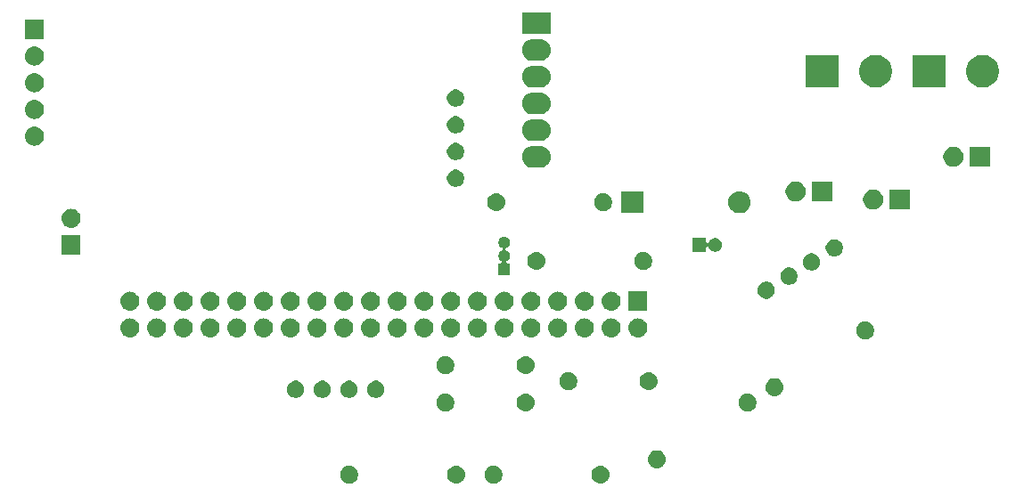
<source format=gbr>
G04 #@! TF.GenerationSoftware,KiCad,Pcbnew,(5.0.2)-1*
G04 #@! TF.CreationDate,2021-02-20T21:55:20+01:00*
G04 #@! TF.ProjectId,Radmesser,5261646d-6573-4736-9572-2e6b69636164,rev?*
G04 #@! TF.SameCoordinates,Original*
G04 #@! TF.FileFunction,Soldermask,Bot*
G04 #@! TF.FilePolarity,Negative*
%FSLAX46Y46*%
G04 Gerber Fmt 4.6, Leading zero omitted, Abs format (unit mm)*
G04 Created by KiCad (PCBNEW (5.0.2)-1) date 20.02.2021 21:55:20*
%MOMM*%
%LPD*%
G01*
G04 APERTURE LIST*
%ADD10C,0.100000*%
G04 APERTURE END LIST*
D10*
G36*
X191936821Y-132511313D02*
X191936824Y-132511314D01*
X191936825Y-132511314D01*
X192097239Y-132559975D01*
X192097241Y-132559976D01*
X192097244Y-132559977D01*
X192245078Y-132638995D01*
X192374659Y-132745341D01*
X192481005Y-132874922D01*
X192560023Y-133022756D01*
X192560024Y-133022759D01*
X192560025Y-133022761D01*
X192608686Y-133183175D01*
X192608687Y-133183179D01*
X192625117Y-133350000D01*
X192608687Y-133516821D01*
X192608686Y-133516824D01*
X192608686Y-133516825D01*
X192583993Y-133598228D01*
X192560023Y-133677244D01*
X192481005Y-133825078D01*
X192374659Y-133954659D01*
X192245078Y-134061005D01*
X192097244Y-134140023D01*
X192097241Y-134140024D01*
X192097239Y-134140025D01*
X191936825Y-134188686D01*
X191936824Y-134188686D01*
X191936821Y-134188687D01*
X191811804Y-134201000D01*
X191728196Y-134201000D01*
X191603179Y-134188687D01*
X191603176Y-134188686D01*
X191603175Y-134188686D01*
X191442761Y-134140025D01*
X191442759Y-134140024D01*
X191442756Y-134140023D01*
X191294922Y-134061005D01*
X191165341Y-133954659D01*
X191058995Y-133825078D01*
X190979977Y-133677244D01*
X190956008Y-133598228D01*
X190931314Y-133516825D01*
X190931314Y-133516824D01*
X190931313Y-133516821D01*
X190914883Y-133350000D01*
X190931313Y-133183179D01*
X190931314Y-133183175D01*
X190979975Y-133022761D01*
X190979976Y-133022759D01*
X190979977Y-133022756D01*
X191058995Y-132874922D01*
X191165341Y-132745341D01*
X191294922Y-132638995D01*
X191442756Y-132559977D01*
X191442759Y-132559976D01*
X191442761Y-132559975D01*
X191603175Y-132511314D01*
X191603176Y-132511314D01*
X191603179Y-132511313D01*
X191728196Y-132499000D01*
X191811804Y-132499000D01*
X191936821Y-132511313D01*
X191936821Y-132511313D01*
G37*
G36*
X168142228Y-132531703D02*
X168297100Y-132595853D01*
X168436481Y-132688985D01*
X168555015Y-132807519D01*
X168648147Y-132946900D01*
X168712297Y-133101772D01*
X168745000Y-133266184D01*
X168745000Y-133433816D01*
X168712297Y-133598228D01*
X168648147Y-133753100D01*
X168555015Y-133892481D01*
X168436481Y-134011015D01*
X168297100Y-134104147D01*
X168142228Y-134168297D01*
X167977816Y-134201000D01*
X167810184Y-134201000D01*
X167645772Y-134168297D01*
X167490900Y-134104147D01*
X167351519Y-134011015D01*
X167232985Y-133892481D01*
X167139853Y-133753100D01*
X167075703Y-133598228D01*
X167043000Y-133433816D01*
X167043000Y-133266184D01*
X167075703Y-133101772D01*
X167139853Y-132946900D01*
X167232985Y-132807519D01*
X167351519Y-132688985D01*
X167490900Y-132595853D01*
X167645772Y-132531703D01*
X167810184Y-132499000D01*
X167977816Y-132499000D01*
X168142228Y-132531703D01*
X168142228Y-132531703D01*
G37*
G36*
X178220821Y-132511313D02*
X178220824Y-132511314D01*
X178220825Y-132511314D01*
X178381239Y-132559975D01*
X178381241Y-132559976D01*
X178381244Y-132559977D01*
X178529078Y-132638995D01*
X178658659Y-132745341D01*
X178765005Y-132874922D01*
X178844023Y-133022756D01*
X178844024Y-133022759D01*
X178844025Y-133022761D01*
X178892686Y-133183175D01*
X178892687Y-133183179D01*
X178909117Y-133350000D01*
X178892687Y-133516821D01*
X178892686Y-133516824D01*
X178892686Y-133516825D01*
X178867993Y-133598228D01*
X178844023Y-133677244D01*
X178765005Y-133825078D01*
X178658659Y-133954659D01*
X178529078Y-134061005D01*
X178381244Y-134140023D01*
X178381241Y-134140024D01*
X178381239Y-134140025D01*
X178220825Y-134188686D01*
X178220824Y-134188686D01*
X178220821Y-134188687D01*
X178095804Y-134201000D01*
X178012196Y-134201000D01*
X177887179Y-134188687D01*
X177887176Y-134188686D01*
X177887175Y-134188686D01*
X177726761Y-134140025D01*
X177726759Y-134140024D01*
X177726756Y-134140023D01*
X177578922Y-134061005D01*
X177449341Y-133954659D01*
X177342995Y-133825078D01*
X177263977Y-133677244D01*
X177240008Y-133598228D01*
X177215314Y-133516825D01*
X177215314Y-133516824D01*
X177215313Y-133516821D01*
X177198883Y-133350000D01*
X177215313Y-133183179D01*
X177215314Y-133183175D01*
X177263975Y-133022761D01*
X177263976Y-133022759D01*
X177263977Y-133022756D01*
X177342995Y-132874922D01*
X177449341Y-132745341D01*
X177578922Y-132638995D01*
X177726756Y-132559977D01*
X177726759Y-132559976D01*
X177726761Y-132559975D01*
X177887175Y-132511314D01*
X177887176Y-132511314D01*
X177887179Y-132511313D01*
X178012196Y-132499000D01*
X178095804Y-132499000D01*
X178220821Y-132511313D01*
X178220821Y-132511313D01*
G37*
G36*
X181858228Y-132531703D02*
X182013100Y-132595853D01*
X182152481Y-132688985D01*
X182271015Y-132807519D01*
X182364147Y-132946900D01*
X182428297Y-133101772D01*
X182461000Y-133266184D01*
X182461000Y-133433816D01*
X182428297Y-133598228D01*
X182364147Y-133753100D01*
X182271015Y-133892481D01*
X182152481Y-134011015D01*
X182013100Y-134104147D01*
X181858228Y-134168297D01*
X181693816Y-134201000D01*
X181526184Y-134201000D01*
X181361772Y-134168297D01*
X181206900Y-134104147D01*
X181067519Y-134011015D01*
X180948985Y-133892481D01*
X180855853Y-133753100D01*
X180791703Y-133598228D01*
X180759000Y-133433816D01*
X180759000Y-133266184D01*
X180791703Y-133101772D01*
X180855853Y-132946900D01*
X180948985Y-132807519D01*
X181067519Y-132688985D01*
X181206900Y-132595853D01*
X181361772Y-132531703D01*
X181526184Y-132499000D01*
X181693816Y-132499000D01*
X181858228Y-132531703D01*
X181858228Y-132531703D01*
G37*
G36*
X197290652Y-131037293D02*
X197290655Y-131037294D01*
X197290656Y-131037294D01*
X197451070Y-131085955D01*
X197451072Y-131085956D01*
X197451075Y-131085957D01*
X197598909Y-131164975D01*
X197728490Y-131271321D01*
X197834836Y-131400902D01*
X197913854Y-131548736D01*
X197962518Y-131709159D01*
X197978948Y-131875980D01*
X197962518Y-132042801D01*
X197913854Y-132203224D01*
X197834836Y-132351058D01*
X197728490Y-132480639D01*
X197598909Y-132586985D01*
X197451075Y-132666003D01*
X197451072Y-132666004D01*
X197451070Y-132666005D01*
X197290656Y-132714666D01*
X197290655Y-132714666D01*
X197290652Y-132714667D01*
X197165635Y-132726980D01*
X197082027Y-132726980D01*
X196957010Y-132714667D01*
X196957007Y-132714666D01*
X196957006Y-132714666D01*
X196796592Y-132666005D01*
X196796590Y-132666004D01*
X196796587Y-132666003D01*
X196648753Y-132586985D01*
X196519172Y-132480639D01*
X196412826Y-132351058D01*
X196333808Y-132203224D01*
X196285144Y-132042801D01*
X196268714Y-131875980D01*
X196285144Y-131709159D01*
X196333808Y-131548736D01*
X196412826Y-131400902D01*
X196519172Y-131271321D01*
X196648753Y-131164975D01*
X196796587Y-131085957D01*
X196796590Y-131085956D01*
X196796592Y-131085955D01*
X196957006Y-131037294D01*
X196957007Y-131037294D01*
X196957010Y-131037293D01*
X197082027Y-131024980D01*
X197165635Y-131024980D01*
X197290652Y-131037293D01*
X197290652Y-131037293D01*
G37*
G36*
X177286228Y-125673703D02*
X177441100Y-125737853D01*
X177580481Y-125830985D01*
X177699015Y-125949519D01*
X177792147Y-126088900D01*
X177856297Y-126243772D01*
X177889000Y-126408184D01*
X177889000Y-126575816D01*
X177856297Y-126740228D01*
X177792147Y-126895100D01*
X177699015Y-127034481D01*
X177580481Y-127153015D01*
X177441100Y-127246147D01*
X177286228Y-127310297D01*
X177121816Y-127343000D01*
X176954184Y-127343000D01*
X176789772Y-127310297D01*
X176634900Y-127246147D01*
X176495519Y-127153015D01*
X176376985Y-127034481D01*
X176283853Y-126895100D01*
X176219703Y-126740228D01*
X176187000Y-126575816D01*
X176187000Y-126408184D01*
X176219703Y-126243772D01*
X176283853Y-126088900D01*
X176376985Y-125949519D01*
X176495519Y-125830985D01*
X176634900Y-125737853D01*
X176789772Y-125673703D01*
X176954184Y-125641000D01*
X177121816Y-125641000D01*
X177286228Y-125673703D01*
X177286228Y-125673703D01*
G37*
G36*
X205988228Y-125673703D02*
X206143100Y-125737853D01*
X206282481Y-125830985D01*
X206401015Y-125949519D01*
X206494147Y-126088900D01*
X206558297Y-126243772D01*
X206591000Y-126408184D01*
X206591000Y-126575816D01*
X206558297Y-126740228D01*
X206494147Y-126895100D01*
X206401015Y-127034481D01*
X206282481Y-127153015D01*
X206143100Y-127246147D01*
X205988228Y-127310297D01*
X205823816Y-127343000D01*
X205656184Y-127343000D01*
X205491772Y-127310297D01*
X205336900Y-127246147D01*
X205197519Y-127153015D01*
X205078985Y-127034481D01*
X204985853Y-126895100D01*
X204921703Y-126740228D01*
X204889000Y-126575816D01*
X204889000Y-126408184D01*
X204921703Y-126243772D01*
X204985853Y-126088900D01*
X205078985Y-125949519D01*
X205197519Y-125830985D01*
X205336900Y-125737853D01*
X205491772Y-125673703D01*
X205656184Y-125641000D01*
X205823816Y-125641000D01*
X205988228Y-125673703D01*
X205988228Y-125673703D01*
G37*
G36*
X184824821Y-125653313D02*
X184824824Y-125653314D01*
X184824825Y-125653314D01*
X184985239Y-125701975D01*
X184985241Y-125701976D01*
X184985244Y-125701977D01*
X185133078Y-125780995D01*
X185262659Y-125887341D01*
X185369005Y-126016922D01*
X185448023Y-126164756D01*
X185448024Y-126164759D01*
X185448025Y-126164761D01*
X185496686Y-126325175D01*
X185496687Y-126325179D01*
X185513117Y-126492000D01*
X185496687Y-126658821D01*
X185496686Y-126658824D01*
X185496686Y-126658825D01*
X185471993Y-126740228D01*
X185448023Y-126819244D01*
X185369005Y-126967078D01*
X185262659Y-127096659D01*
X185133078Y-127203005D01*
X184985244Y-127282023D01*
X184985241Y-127282024D01*
X184985239Y-127282025D01*
X184824825Y-127330686D01*
X184824824Y-127330686D01*
X184824821Y-127330687D01*
X184699804Y-127343000D01*
X184616196Y-127343000D01*
X184491179Y-127330687D01*
X184491176Y-127330686D01*
X184491175Y-127330686D01*
X184330761Y-127282025D01*
X184330759Y-127282024D01*
X184330756Y-127282023D01*
X184182922Y-127203005D01*
X184053341Y-127096659D01*
X183946995Y-126967078D01*
X183867977Y-126819244D01*
X183844008Y-126740228D01*
X183819314Y-126658825D01*
X183819314Y-126658824D01*
X183819313Y-126658821D01*
X183802883Y-126492000D01*
X183819313Y-126325179D01*
X183819314Y-126325175D01*
X183867975Y-126164761D01*
X183867976Y-126164759D01*
X183867977Y-126164756D01*
X183946995Y-126016922D01*
X184053341Y-125887341D01*
X184182922Y-125780995D01*
X184330756Y-125701977D01*
X184330759Y-125701976D01*
X184330761Y-125701975D01*
X184491175Y-125653314D01*
X184491176Y-125653314D01*
X184491179Y-125653313D01*
X184616196Y-125641000D01*
X184699804Y-125641000D01*
X184824821Y-125653313D01*
X184824821Y-125653313D01*
G37*
G36*
X170672016Y-124437359D02*
X170672019Y-124437360D01*
X170672018Y-124437360D01*
X170820521Y-124498871D01*
X170954170Y-124588173D01*
X171067828Y-124701831D01*
X171157130Y-124835480D01*
X171163624Y-124851159D01*
X171218642Y-124983985D01*
X171250000Y-125141631D01*
X171250000Y-125302371D01*
X171218642Y-125460017D01*
X171218641Y-125460019D01*
X171157130Y-125608522D01*
X171067828Y-125742171D01*
X170954170Y-125855829D01*
X170820521Y-125945131D01*
X170697497Y-125996088D01*
X170672016Y-126006643D01*
X170514370Y-126038001D01*
X170353630Y-126038001D01*
X170195984Y-126006643D01*
X170170503Y-125996088D01*
X170047479Y-125945131D01*
X169913830Y-125855829D01*
X169800172Y-125742171D01*
X169710870Y-125608522D01*
X169649359Y-125460019D01*
X169649358Y-125460017D01*
X169618000Y-125302371D01*
X169618000Y-125141631D01*
X169649358Y-124983985D01*
X169704376Y-124851159D01*
X169710870Y-124835480D01*
X169800172Y-124701831D01*
X169913830Y-124588173D01*
X170047479Y-124498871D01*
X170195982Y-124437360D01*
X170195981Y-124437360D01*
X170195984Y-124437359D01*
X170353630Y-124406001D01*
X170514370Y-124406001D01*
X170672016Y-124437359D01*
X170672016Y-124437359D01*
G37*
G36*
X165592016Y-124437358D02*
X165617497Y-124447913D01*
X165740521Y-124498870D01*
X165874170Y-124588172D01*
X165987828Y-124701830D01*
X166077130Y-124835479D01*
X166128087Y-124958503D01*
X166138642Y-124983984D01*
X166170000Y-125141630D01*
X166170000Y-125302370D01*
X166138642Y-125460016D01*
X166138641Y-125460018D01*
X166077130Y-125608521D01*
X165987828Y-125742170D01*
X165874170Y-125855828D01*
X165740521Y-125945130D01*
X165617497Y-125996087D01*
X165592016Y-126006642D01*
X165434370Y-126038000D01*
X165273630Y-126038000D01*
X165115984Y-126006642D01*
X165090503Y-125996087D01*
X164967479Y-125945130D01*
X164833830Y-125855828D01*
X164720172Y-125742170D01*
X164630870Y-125608521D01*
X164569359Y-125460018D01*
X164569358Y-125460016D01*
X164538000Y-125302370D01*
X164538000Y-125141630D01*
X164569358Y-124983984D01*
X164579913Y-124958503D01*
X164630870Y-124835479D01*
X164720172Y-124701830D01*
X164833830Y-124588172D01*
X164967479Y-124498870D01*
X165090503Y-124447913D01*
X165115984Y-124437358D01*
X165273630Y-124406000D01*
X165434370Y-124406000D01*
X165592016Y-124437358D01*
X165592016Y-124437358D01*
G37*
G36*
X168132016Y-124437358D02*
X168157497Y-124447913D01*
X168280521Y-124498870D01*
X168414170Y-124588172D01*
X168527828Y-124701830D01*
X168617130Y-124835479D01*
X168668087Y-124958503D01*
X168678642Y-124983984D01*
X168710000Y-125141630D01*
X168710000Y-125302370D01*
X168678642Y-125460016D01*
X168678641Y-125460018D01*
X168617130Y-125608521D01*
X168527828Y-125742170D01*
X168414170Y-125855828D01*
X168280521Y-125945130D01*
X168157497Y-125996087D01*
X168132016Y-126006642D01*
X167974370Y-126038000D01*
X167813630Y-126038000D01*
X167655984Y-126006642D01*
X167630503Y-125996087D01*
X167507479Y-125945130D01*
X167373830Y-125855828D01*
X167260172Y-125742170D01*
X167170870Y-125608521D01*
X167109359Y-125460018D01*
X167109358Y-125460016D01*
X167078000Y-125302370D01*
X167078000Y-125141630D01*
X167109358Y-124983984D01*
X167119913Y-124958503D01*
X167170870Y-124835479D01*
X167260172Y-124701830D01*
X167373830Y-124588172D01*
X167507479Y-124498870D01*
X167630503Y-124447913D01*
X167655984Y-124437358D01*
X167813630Y-124406000D01*
X167974370Y-124406000D01*
X168132016Y-124437358D01*
X168132016Y-124437358D01*
G37*
G36*
X163052016Y-124437357D02*
X163052023Y-124437360D01*
X163200521Y-124498869D01*
X163334170Y-124588171D01*
X163447828Y-124701829D01*
X163537130Y-124835478D01*
X163548571Y-124863100D01*
X163598642Y-124983983D01*
X163630000Y-125141629D01*
X163630000Y-125302369D01*
X163598642Y-125460015D01*
X163598641Y-125460017D01*
X163537130Y-125608520D01*
X163447828Y-125742169D01*
X163334170Y-125855827D01*
X163200521Y-125945129D01*
X163077497Y-125996086D01*
X163052016Y-126006641D01*
X162894370Y-126037999D01*
X162733630Y-126037999D01*
X162575984Y-126006641D01*
X162550503Y-125996086D01*
X162427479Y-125945129D01*
X162293830Y-125855827D01*
X162180172Y-125742169D01*
X162090870Y-125608520D01*
X162029359Y-125460017D01*
X162029358Y-125460015D01*
X161998000Y-125302369D01*
X161998000Y-125141629D01*
X162029358Y-124983983D01*
X162079429Y-124863100D01*
X162090870Y-124835478D01*
X162180172Y-124701829D01*
X162293830Y-124588171D01*
X162427479Y-124498869D01*
X162575977Y-124437360D01*
X162575984Y-124437357D01*
X162733630Y-124405999D01*
X162894370Y-124405999D01*
X163052016Y-124437357D01*
X163052016Y-124437357D01*
G37*
G36*
X208466652Y-124179293D02*
X208466655Y-124179294D01*
X208466656Y-124179294D01*
X208627070Y-124227955D01*
X208627072Y-124227956D01*
X208627075Y-124227957D01*
X208774909Y-124306975D01*
X208904490Y-124413321D01*
X209010836Y-124542902D01*
X209089854Y-124690736D01*
X209089855Y-124690739D01*
X209089856Y-124690741D01*
X209138517Y-124851155D01*
X209138518Y-124851159D01*
X209154948Y-125017980D01*
X209138518Y-125184801D01*
X209138517Y-125184804D01*
X209138517Y-125184805D01*
X209102854Y-125302371D01*
X209089854Y-125345224D01*
X209010836Y-125493058D01*
X208904490Y-125622639D01*
X208774909Y-125728985D01*
X208627075Y-125808003D01*
X208627072Y-125808004D01*
X208627070Y-125808005D01*
X208466656Y-125856666D01*
X208466655Y-125856666D01*
X208466652Y-125856667D01*
X208341635Y-125868980D01*
X208258027Y-125868980D01*
X208133010Y-125856667D01*
X208133007Y-125856666D01*
X208133006Y-125856666D01*
X207972592Y-125808005D01*
X207972590Y-125808004D01*
X207972587Y-125808003D01*
X207824753Y-125728985D01*
X207695172Y-125622639D01*
X207588826Y-125493058D01*
X207509808Y-125345224D01*
X207496809Y-125302371D01*
X207461145Y-125184805D01*
X207461145Y-125184804D01*
X207461144Y-125184801D01*
X207444714Y-125017980D01*
X207461144Y-124851159D01*
X207461145Y-124851155D01*
X207509806Y-124690741D01*
X207509807Y-124690739D01*
X207509808Y-124690736D01*
X207588826Y-124542902D01*
X207695172Y-124413321D01*
X207824753Y-124306975D01*
X207972587Y-124227957D01*
X207972590Y-124227956D01*
X207972592Y-124227955D01*
X208133006Y-124179294D01*
X208133007Y-124179294D01*
X208133010Y-124179293D01*
X208258027Y-124166980D01*
X208341635Y-124166980D01*
X208466652Y-124179293D01*
X208466652Y-124179293D01*
G37*
G36*
X188970228Y-123641703D02*
X189125100Y-123705853D01*
X189264481Y-123798985D01*
X189383015Y-123917519D01*
X189476147Y-124056900D01*
X189540297Y-124211772D01*
X189573000Y-124376184D01*
X189573000Y-124543816D01*
X189540297Y-124708228D01*
X189476147Y-124863100D01*
X189383015Y-125002481D01*
X189264481Y-125121015D01*
X189125100Y-125214147D01*
X188970228Y-125278297D01*
X188805816Y-125311000D01*
X188638184Y-125311000D01*
X188473772Y-125278297D01*
X188318900Y-125214147D01*
X188179519Y-125121015D01*
X188060985Y-125002481D01*
X187967853Y-124863100D01*
X187903703Y-124708228D01*
X187871000Y-124543816D01*
X187871000Y-124376184D01*
X187903703Y-124211772D01*
X187967853Y-124056900D01*
X188060985Y-123917519D01*
X188179519Y-123798985D01*
X188318900Y-123705853D01*
X188473772Y-123641703D01*
X188638184Y-123609000D01*
X188805816Y-123609000D01*
X188970228Y-123641703D01*
X188970228Y-123641703D01*
G37*
G36*
X196508821Y-123621313D02*
X196508824Y-123621314D01*
X196508825Y-123621314D01*
X196669239Y-123669975D01*
X196669241Y-123669976D01*
X196669244Y-123669977D01*
X196817078Y-123748995D01*
X196946659Y-123855341D01*
X197053005Y-123984922D01*
X197132023Y-124132756D01*
X197132024Y-124132759D01*
X197132025Y-124132761D01*
X197160902Y-124227957D01*
X197180687Y-124293179D01*
X197197117Y-124460000D01*
X197180687Y-124626821D01*
X197180686Y-124626824D01*
X197180686Y-124626825D01*
X197155993Y-124708228D01*
X197132023Y-124787244D01*
X197053005Y-124935078D01*
X196946659Y-125064659D01*
X196817078Y-125171005D01*
X196669244Y-125250023D01*
X196669241Y-125250024D01*
X196669239Y-125250025D01*
X196508825Y-125298686D01*
X196508824Y-125298686D01*
X196508821Y-125298687D01*
X196383804Y-125311000D01*
X196300196Y-125311000D01*
X196175179Y-125298687D01*
X196175176Y-125298686D01*
X196175175Y-125298686D01*
X196014761Y-125250025D01*
X196014759Y-125250024D01*
X196014756Y-125250023D01*
X195866922Y-125171005D01*
X195737341Y-125064659D01*
X195630995Y-124935078D01*
X195551977Y-124787244D01*
X195528008Y-124708228D01*
X195503314Y-124626825D01*
X195503314Y-124626824D01*
X195503313Y-124626821D01*
X195486883Y-124460000D01*
X195503313Y-124293179D01*
X195523098Y-124227957D01*
X195551975Y-124132761D01*
X195551976Y-124132759D01*
X195551977Y-124132756D01*
X195630995Y-123984922D01*
X195737341Y-123855341D01*
X195866922Y-123748995D01*
X196014756Y-123669977D01*
X196014759Y-123669976D01*
X196014761Y-123669975D01*
X196175175Y-123621314D01*
X196175176Y-123621314D01*
X196175179Y-123621313D01*
X196300196Y-123609000D01*
X196383804Y-123609000D01*
X196508821Y-123621313D01*
X196508821Y-123621313D01*
G37*
G36*
X177286228Y-122117703D02*
X177441100Y-122181853D01*
X177580481Y-122274985D01*
X177699015Y-122393519D01*
X177792147Y-122532900D01*
X177856297Y-122687772D01*
X177889000Y-122852184D01*
X177889000Y-123019816D01*
X177856297Y-123184228D01*
X177792147Y-123339100D01*
X177699015Y-123478481D01*
X177580481Y-123597015D01*
X177441100Y-123690147D01*
X177286228Y-123754297D01*
X177121816Y-123787000D01*
X176954184Y-123787000D01*
X176789772Y-123754297D01*
X176634900Y-123690147D01*
X176495519Y-123597015D01*
X176376985Y-123478481D01*
X176283853Y-123339100D01*
X176219703Y-123184228D01*
X176187000Y-123019816D01*
X176187000Y-122852184D01*
X176219703Y-122687772D01*
X176283853Y-122532900D01*
X176376985Y-122393519D01*
X176495519Y-122274985D01*
X176634900Y-122181853D01*
X176789772Y-122117703D01*
X176954184Y-122085000D01*
X177121816Y-122085000D01*
X177286228Y-122117703D01*
X177286228Y-122117703D01*
G37*
G36*
X184824821Y-122097313D02*
X184824824Y-122097314D01*
X184824825Y-122097314D01*
X184985239Y-122145975D01*
X184985241Y-122145976D01*
X184985244Y-122145977D01*
X185133078Y-122224995D01*
X185262659Y-122331341D01*
X185369005Y-122460922D01*
X185448023Y-122608756D01*
X185448024Y-122608759D01*
X185448025Y-122608761D01*
X185496686Y-122769175D01*
X185496687Y-122769179D01*
X185513117Y-122936000D01*
X185496687Y-123102821D01*
X185496686Y-123102824D01*
X185496686Y-123102825D01*
X185471993Y-123184228D01*
X185448023Y-123263244D01*
X185369005Y-123411078D01*
X185262659Y-123540659D01*
X185133078Y-123647005D01*
X184985244Y-123726023D01*
X184985241Y-123726024D01*
X184985239Y-123726025D01*
X184824825Y-123774686D01*
X184824824Y-123774686D01*
X184824821Y-123774687D01*
X184699804Y-123787000D01*
X184616196Y-123787000D01*
X184491179Y-123774687D01*
X184491176Y-123774686D01*
X184491175Y-123774686D01*
X184330761Y-123726025D01*
X184330759Y-123726024D01*
X184330756Y-123726023D01*
X184182922Y-123647005D01*
X184053341Y-123540659D01*
X183946995Y-123411078D01*
X183867977Y-123263244D01*
X183844008Y-123184228D01*
X183819314Y-123102825D01*
X183819314Y-123102824D01*
X183819313Y-123102821D01*
X183802883Y-122936000D01*
X183819313Y-122769179D01*
X183819314Y-122769175D01*
X183867975Y-122608761D01*
X183867976Y-122608759D01*
X183867977Y-122608756D01*
X183946995Y-122460922D01*
X184053341Y-122331341D01*
X184182922Y-122224995D01*
X184330756Y-122145977D01*
X184330759Y-122145976D01*
X184330761Y-122145975D01*
X184491175Y-122097314D01*
X184491176Y-122097314D01*
X184491179Y-122097313D01*
X184616196Y-122085000D01*
X184699804Y-122085000D01*
X184824821Y-122097313D01*
X184824821Y-122097313D01*
G37*
G36*
X217164228Y-118815703D02*
X217319100Y-118879853D01*
X217458481Y-118972985D01*
X217577015Y-119091519D01*
X217670147Y-119230900D01*
X217734297Y-119385772D01*
X217767000Y-119550184D01*
X217767000Y-119717816D01*
X217734297Y-119882228D01*
X217670147Y-120037100D01*
X217577015Y-120176481D01*
X217458481Y-120295015D01*
X217319100Y-120388147D01*
X217164228Y-120452297D01*
X216999816Y-120485000D01*
X216832184Y-120485000D01*
X216667772Y-120452297D01*
X216512900Y-120388147D01*
X216373519Y-120295015D01*
X216254985Y-120176481D01*
X216161853Y-120037100D01*
X216097703Y-119882228D01*
X216065000Y-119717816D01*
X216065000Y-119550184D01*
X216097703Y-119385772D01*
X216161853Y-119230900D01*
X216254985Y-119091519D01*
X216373519Y-118972985D01*
X216512900Y-118879853D01*
X216667772Y-118815703D01*
X216832184Y-118783000D01*
X216999816Y-118783000D01*
X217164228Y-118815703D01*
X217164228Y-118815703D01*
G37*
G36*
X172576442Y-118485518D02*
X172642627Y-118492037D01*
X172755853Y-118526384D01*
X172812467Y-118543557D01*
X172951087Y-118617652D01*
X172968991Y-118627222D01*
X173004729Y-118656552D01*
X173106186Y-118739814D01*
X173168466Y-118815704D01*
X173218778Y-118877009D01*
X173218779Y-118877011D01*
X173302443Y-119033533D01*
X173302443Y-119033534D01*
X173353963Y-119203373D01*
X173371359Y-119380000D01*
X173353963Y-119556627D01*
X173319616Y-119669853D01*
X173302443Y-119726467D01*
X173228348Y-119865087D01*
X173218778Y-119882991D01*
X173189448Y-119918729D01*
X173106186Y-120020186D01*
X173004729Y-120103448D01*
X172968991Y-120132778D01*
X172968989Y-120132779D01*
X172812467Y-120216443D01*
X172755853Y-120233616D01*
X172642627Y-120267963D01*
X172576442Y-120274482D01*
X172510260Y-120281000D01*
X172421740Y-120281000D01*
X172355558Y-120274482D01*
X172289373Y-120267963D01*
X172176147Y-120233616D01*
X172119533Y-120216443D01*
X171963011Y-120132779D01*
X171963009Y-120132778D01*
X171927271Y-120103448D01*
X171825814Y-120020186D01*
X171742552Y-119918729D01*
X171713222Y-119882991D01*
X171703652Y-119865087D01*
X171629557Y-119726467D01*
X171612384Y-119669853D01*
X171578037Y-119556627D01*
X171560641Y-119380000D01*
X171578037Y-119203373D01*
X171629557Y-119033534D01*
X171629557Y-119033533D01*
X171713221Y-118877011D01*
X171713222Y-118877009D01*
X171763534Y-118815704D01*
X171825814Y-118739814D01*
X171927271Y-118656552D01*
X171963009Y-118627222D01*
X171980913Y-118617652D01*
X172119533Y-118543557D01*
X172176147Y-118526384D01*
X172289373Y-118492037D01*
X172355558Y-118485518D01*
X172421740Y-118479000D01*
X172510260Y-118479000D01*
X172576442Y-118485518D01*
X172576442Y-118485518D01*
G37*
G36*
X147176442Y-118485518D02*
X147242627Y-118492037D01*
X147355853Y-118526384D01*
X147412467Y-118543557D01*
X147551087Y-118617652D01*
X147568991Y-118627222D01*
X147604729Y-118656552D01*
X147706186Y-118739814D01*
X147768466Y-118815704D01*
X147818778Y-118877009D01*
X147818779Y-118877011D01*
X147902443Y-119033533D01*
X147902443Y-119033534D01*
X147953963Y-119203373D01*
X147971359Y-119380000D01*
X147953963Y-119556627D01*
X147919616Y-119669853D01*
X147902443Y-119726467D01*
X147828348Y-119865087D01*
X147818778Y-119882991D01*
X147789448Y-119918729D01*
X147706186Y-120020186D01*
X147604729Y-120103448D01*
X147568991Y-120132778D01*
X147568989Y-120132779D01*
X147412467Y-120216443D01*
X147355853Y-120233616D01*
X147242627Y-120267963D01*
X147176442Y-120274482D01*
X147110260Y-120281000D01*
X147021740Y-120281000D01*
X146955558Y-120274482D01*
X146889373Y-120267963D01*
X146776147Y-120233616D01*
X146719533Y-120216443D01*
X146563011Y-120132779D01*
X146563009Y-120132778D01*
X146527271Y-120103448D01*
X146425814Y-120020186D01*
X146342552Y-119918729D01*
X146313222Y-119882991D01*
X146303652Y-119865087D01*
X146229557Y-119726467D01*
X146212384Y-119669853D01*
X146178037Y-119556627D01*
X146160641Y-119380000D01*
X146178037Y-119203373D01*
X146229557Y-119033534D01*
X146229557Y-119033533D01*
X146313221Y-118877011D01*
X146313222Y-118877009D01*
X146363534Y-118815704D01*
X146425814Y-118739814D01*
X146527271Y-118656552D01*
X146563009Y-118627222D01*
X146580913Y-118617652D01*
X146719533Y-118543557D01*
X146776147Y-118526384D01*
X146889373Y-118492037D01*
X146955558Y-118485518D01*
X147021740Y-118479000D01*
X147110260Y-118479000D01*
X147176442Y-118485518D01*
X147176442Y-118485518D01*
G37*
G36*
X149716442Y-118485518D02*
X149782627Y-118492037D01*
X149895853Y-118526384D01*
X149952467Y-118543557D01*
X150091087Y-118617652D01*
X150108991Y-118627222D01*
X150144729Y-118656552D01*
X150246186Y-118739814D01*
X150308466Y-118815704D01*
X150358778Y-118877009D01*
X150358779Y-118877011D01*
X150442443Y-119033533D01*
X150442443Y-119033534D01*
X150493963Y-119203373D01*
X150511359Y-119380000D01*
X150493963Y-119556627D01*
X150459616Y-119669853D01*
X150442443Y-119726467D01*
X150368348Y-119865087D01*
X150358778Y-119882991D01*
X150329448Y-119918729D01*
X150246186Y-120020186D01*
X150144729Y-120103448D01*
X150108991Y-120132778D01*
X150108989Y-120132779D01*
X149952467Y-120216443D01*
X149895853Y-120233616D01*
X149782627Y-120267963D01*
X149716442Y-120274482D01*
X149650260Y-120281000D01*
X149561740Y-120281000D01*
X149495558Y-120274482D01*
X149429373Y-120267963D01*
X149316147Y-120233616D01*
X149259533Y-120216443D01*
X149103011Y-120132779D01*
X149103009Y-120132778D01*
X149067271Y-120103448D01*
X148965814Y-120020186D01*
X148882552Y-119918729D01*
X148853222Y-119882991D01*
X148843652Y-119865087D01*
X148769557Y-119726467D01*
X148752384Y-119669853D01*
X148718037Y-119556627D01*
X148700641Y-119380000D01*
X148718037Y-119203373D01*
X148769557Y-119033534D01*
X148769557Y-119033533D01*
X148853221Y-118877011D01*
X148853222Y-118877009D01*
X148903534Y-118815704D01*
X148965814Y-118739814D01*
X149067271Y-118656552D01*
X149103009Y-118627222D01*
X149120913Y-118617652D01*
X149259533Y-118543557D01*
X149316147Y-118526384D01*
X149429373Y-118492037D01*
X149495558Y-118485518D01*
X149561740Y-118479000D01*
X149650260Y-118479000D01*
X149716442Y-118485518D01*
X149716442Y-118485518D01*
G37*
G36*
X152256442Y-118485518D02*
X152322627Y-118492037D01*
X152435853Y-118526384D01*
X152492467Y-118543557D01*
X152631087Y-118617652D01*
X152648991Y-118627222D01*
X152684729Y-118656552D01*
X152786186Y-118739814D01*
X152848466Y-118815704D01*
X152898778Y-118877009D01*
X152898779Y-118877011D01*
X152982443Y-119033533D01*
X152982443Y-119033534D01*
X153033963Y-119203373D01*
X153051359Y-119380000D01*
X153033963Y-119556627D01*
X152999616Y-119669853D01*
X152982443Y-119726467D01*
X152908348Y-119865087D01*
X152898778Y-119882991D01*
X152869448Y-119918729D01*
X152786186Y-120020186D01*
X152684729Y-120103448D01*
X152648991Y-120132778D01*
X152648989Y-120132779D01*
X152492467Y-120216443D01*
X152435853Y-120233616D01*
X152322627Y-120267963D01*
X152256442Y-120274482D01*
X152190260Y-120281000D01*
X152101740Y-120281000D01*
X152035558Y-120274482D01*
X151969373Y-120267963D01*
X151856147Y-120233616D01*
X151799533Y-120216443D01*
X151643011Y-120132779D01*
X151643009Y-120132778D01*
X151607271Y-120103448D01*
X151505814Y-120020186D01*
X151422552Y-119918729D01*
X151393222Y-119882991D01*
X151383652Y-119865087D01*
X151309557Y-119726467D01*
X151292384Y-119669853D01*
X151258037Y-119556627D01*
X151240641Y-119380000D01*
X151258037Y-119203373D01*
X151309557Y-119033534D01*
X151309557Y-119033533D01*
X151393221Y-118877011D01*
X151393222Y-118877009D01*
X151443534Y-118815704D01*
X151505814Y-118739814D01*
X151607271Y-118656552D01*
X151643009Y-118627222D01*
X151660913Y-118617652D01*
X151799533Y-118543557D01*
X151856147Y-118526384D01*
X151969373Y-118492037D01*
X152035558Y-118485518D01*
X152101740Y-118479000D01*
X152190260Y-118479000D01*
X152256442Y-118485518D01*
X152256442Y-118485518D01*
G37*
G36*
X154796442Y-118485518D02*
X154862627Y-118492037D01*
X154975853Y-118526384D01*
X155032467Y-118543557D01*
X155171087Y-118617652D01*
X155188991Y-118627222D01*
X155224729Y-118656552D01*
X155326186Y-118739814D01*
X155388466Y-118815704D01*
X155438778Y-118877009D01*
X155438779Y-118877011D01*
X155522443Y-119033533D01*
X155522443Y-119033534D01*
X155573963Y-119203373D01*
X155591359Y-119380000D01*
X155573963Y-119556627D01*
X155539616Y-119669853D01*
X155522443Y-119726467D01*
X155448348Y-119865087D01*
X155438778Y-119882991D01*
X155409448Y-119918729D01*
X155326186Y-120020186D01*
X155224729Y-120103448D01*
X155188991Y-120132778D01*
X155188989Y-120132779D01*
X155032467Y-120216443D01*
X154975853Y-120233616D01*
X154862627Y-120267963D01*
X154796442Y-120274482D01*
X154730260Y-120281000D01*
X154641740Y-120281000D01*
X154575558Y-120274482D01*
X154509373Y-120267963D01*
X154396147Y-120233616D01*
X154339533Y-120216443D01*
X154183011Y-120132779D01*
X154183009Y-120132778D01*
X154147271Y-120103448D01*
X154045814Y-120020186D01*
X153962552Y-119918729D01*
X153933222Y-119882991D01*
X153923652Y-119865087D01*
X153849557Y-119726467D01*
X153832384Y-119669853D01*
X153798037Y-119556627D01*
X153780641Y-119380000D01*
X153798037Y-119203373D01*
X153849557Y-119033534D01*
X153849557Y-119033533D01*
X153933221Y-118877011D01*
X153933222Y-118877009D01*
X153983534Y-118815704D01*
X154045814Y-118739814D01*
X154147271Y-118656552D01*
X154183009Y-118627222D01*
X154200913Y-118617652D01*
X154339533Y-118543557D01*
X154396147Y-118526384D01*
X154509373Y-118492037D01*
X154575558Y-118485518D01*
X154641740Y-118479000D01*
X154730260Y-118479000D01*
X154796442Y-118485518D01*
X154796442Y-118485518D01*
G37*
G36*
X157336442Y-118485518D02*
X157402627Y-118492037D01*
X157515853Y-118526384D01*
X157572467Y-118543557D01*
X157711087Y-118617652D01*
X157728991Y-118627222D01*
X157764729Y-118656552D01*
X157866186Y-118739814D01*
X157928466Y-118815704D01*
X157978778Y-118877009D01*
X157978779Y-118877011D01*
X158062443Y-119033533D01*
X158062443Y-119033534D01*
X158113963Y-119203373D01*
X158131359Y-119380000D01*
X158113963Y-119556627D01*
X158079616Y-119669853D01*
X158062443Y-119726467D01*
X157988348Y-119865087D01*
X157978778Y-119882991D01*
X157949448Y-119918729D01*
X157866186Y-120020186D01*
X157764729Y-120103448D01*
X157728991Y-120132778D01*
X157728989Y-120132779D01*
X157572467Y-120216443D01*
X157515853Y-120233616D01*
X157402627Y-120267963D01*
X157336442Y-120274482D01*
X157270260Y-120281000D01*
X157181740Y-120281000D01*
X157115558Y-120274482D01*
X157049373Y-120267963D01*
X156936147Y-120233616D01*
X156879533Y-120216443D01*
X156723011Y-120132779D01*
X156723009Y-120132778D01*
X156687271Y-120103448D01*
X156585814Y-120020186D01*
X156502552Y-119918729D01*
X156473222Y-119882991D01*
X156463652Y-119865087D01*
X156389557Y-119726467D01*
X156372384Y-119669853D01*
X156338037Y-119556627D01*
X156320641Y-119380000D01*
X156338037Y-119203373D01*
X156389557Y-119033534D01*
X156389557Y-119033533D01*
X156473221Y-118877011D01*
X156473222Y-118877009D01*
X156523534Y-118815704D01*
X156585814Y-118739814D01*
X156687271Y-118656552D01*
X156723009Y-118627222D01*
X156740913Y-118617652D01*
X156879533Y-118543557D01*
X156936147Y-118526384D01*
X157049373Y-118492037D01*
X157115558Y-118485518D01*
X157181740Y-118479000D01*
X157270260Y-118479000D01*
X157336442Y-118485518D01*
X157336442Y-118485518D01*
G37*
G36*
X195436442Y-118485518D02*
X195502627Y-118492037D01*
X195615853Y-118526384D01*
X195672467Y-118543557D01*
X195811087Y-118617652D01*
X195828991Y-118627222D01*
X195864729Y-118656552D01*
X195966186Y-118739814D01*
X196028466Y-118815704D01*
X196078778Y-118877009D01*
X196078779Y-118877011D01*
X196162443Y-119033533D01*
X196162443Y-119033534D01*
X196213963Y-119203373D01*
X196231359Y-119380000D01*
X196213963Y-119556627D01*
X196179616Y-119669853D01*
X196162443Y-119726467D01*
X196088348Y-119865087D01*
X196078778Y-119882991D01*
X196049448Y-119918729D01*
X195966186Y-120020186D01*
X195864729Y-120103448D01*
X195828991Y-120132778D01*
X195828989Y-120132779D01*
X195672467Y-120216443D01*
X195615853Y-120233616D01*
X195502627Y-120267963D01*
X195436442Y-120274482D01*
X195370260Y-120281000D01*
X195281740Y-120281000D01*
X195215558Y-120274482D01*
X195149373Y-120267963D01*
X195036147Y-120233616D01*
X194979533Y-120216443D01*
X194823011Y-120132779D01*
X194823009Y-120132778D01*
X194787271Y-120103448D01*
X194685814Y-120020186D01*
X194602552Y-119918729D01*
X194573222Y-119882991D01*
X194563652Y-119865087D01*
X194489557Y-119726467D01*
X194472384Y-119669853D01*
X194438037Y-119556627D01*
X194420641Y-119380000D01*
X194438037Y-119203373D01*
X194489557Y-119033534D01*
X194489557Y-119033533D01*
X194573221Y-118877011D01*
X194573222Y-118877009D01*
X194623534Y-118815704D01*
X194685814Y-118739814D01*
X194787271Y-118656552D01*
X194823009Y-118627222D01*
X194840913Y-118617652D01*
X194979533Y-118543557D01*
X195036147Y-118526384D01*
X195149373Y-118492037D01*
X195215558Y-118485518D01*
X195281740Y-118479000D01*
X195370260Y-118479000D01*
X195436442Y-118485518D01*
X195436442Y-118485518D01*
G37*
G36*
X192896442Y-118485518D02*
X192962627Y-118492037D01*
X193075853Y-118526384D01*
X193132467Y-118543557D01*
X193271087Y-118617652D01*
X193288991Y-118627222D01*
X193324729Y-118656552D01*
X193426186Y-118739814D01*
X193488466Y-118815704D01*
X193538778Y-118877009D01*
X193538779Y-118877011D01*
X193622443Y-119033533D01*
X193622443Y-119033534D01*
X193673963Y-119203373D01*
X193691359Y-119380000D01*
X193673963Y-119556627D01*
X193639616Y-119669853D01*
X193622443Y-119726467D01*
X193548348Y-119865087D01*
X193538778Y-119882991D01*
X193509448Y-119918729D01*
X193426186Y-120020186D01*
X193324729Y-120103448D01*
X193288991Y-120132778D01*
X193288989Y-120132779D01*
X193132467Y-120216443D01*
X193075853Y-120233616D01*
X192962627Y-120267963D01*
X192896442Y-120274482D01*
X192830260Y-120281000D01*
X192741740Y-120281000D01*
X192675558Y-120274482D01*
X192609373Y-120267963D01*
X192496147Y-120233616D01*
X192439533Y-120216443D01*
X192283011Y-120132779D01*
X192283009Y-120132778D01*
X192247271Y-120103448D01*
X192145814Y-120020186D01*
X192062552Y-119918729D01*
X192033222Y-119882991D01*
X192023652Y-119865087D01*
X191949557Y-119726467D01*
X191932384Y-119669853D01*
X191898037Y-119556627D01*
X191880641Y-119380000D01*
X191898037Y-119203373D01*
X191949557Y-119033534D01*
X191949557Y-119033533D01*
X192033221Y-118877011D01*
X192033222Y-118877009D01*
X192083534Y-118815704D01*
X192145814Y-118739814D01*
X192247271Y-118656552D01*
X192283009Y-118627222D01*
X192300913Y-118617652D01*
X192439533Y-118543557D01*
X192496147Y-118526384D01*
X192609373Y-118492037D01*
X192675558Y-118485518D01*
X192741740Y-118479000D01*
X192830260Y-118479000D01*
X192896442Y-118485518D01*
X192896442Y-118485518D01*
G37*
G36*
X190356442Y-118485518D02*
X190422627Y-118492037D01*
X190535853Y-118526384D01*
X190592467Y-118543557D01*
X190731087Y-118617652D01*
X190748991Y-118627222D01*
X190784729Y-118656552D01*
X190886186Y-118739814D01*
X190948466Y-118815704D01*
X190998778Y-118877009D01*
X190998779Y-118877011D01*
X191082443Y-119033533D01*
X191082443Y-119033534D01*
X191133963Y-119203373D01*
X191151359Y-119380000D01*
X191133963Y-119556627D01*
X191099616Y-119669853D01*
X191082443Y-119726467D01*
X191008348Y-119865087D01*
X190998778Y-119882991D01*
X190969448Y-119918729D01*
X190886186Y-120020186D01*
X190784729Y-120103448D01*
X190748991Y-120132778D01*
X190748989Y-120132779D01*
X190592467Y-120216443D01*
X190535853Y-120233616D01*
X190422627Y-120267963D01*
X190356442Y-120274482D01*
X190290260Y-120281000D01*
X190201740Y-120281000D01*
X190135558Y-120274482D01*
X190069373Y-120267963D01*
X189956147Y-120233616D01*
X189899533Y-120216443D01*
X189743011Y-120132779D01*
X189743009Y-120132778D01*
X189707271Y-120103448D01*
X189605814Y-120020186D01*
X189522552Y-119918729D01*
X189493222Y-119882991D01*
X189483652Y-119865087D01*
X189409557Y-119726467D01*
X189392384Y-119669853D01*
X189358037Y-119556627D01*
X189340641Y-119380000D01*
X189358037Y-119203373D01*
X189409557Y-119033534D01*
X189409557Y-119033533D01*
X189493221Y-118877011D01*
X189493222Y-118877009D01*
X189543534Y-118815704D01*
X189605814Y-118739814D01*
X189707271Y-118656552D01*
X189743009Y-118627222D01*
X189760913Y-118617652D01*
X189899533Y-118543557D01*
X189956147Y-118526384D01*
X190069373Y-118492037D01*
X190135558Y-118485518D01*
X190201740Y-118479000D01*
X190290260Y-118479000D01*
X190356442Y-118485518D01*
X190356442Y-118485518D01*
G37*
G36*
X187816442Y-118485518D02*
X187882627Y-118492037D01*
X187995853Y-118526384D01*
X188052467Y-118543557D01*
X188191087Y-118617652D01*
X188208991Y-118627222D01*
X188244729Y-118656552D01*
X188346186Y-118739814D01*
X188408466Y-118815704D01*
X188458778Y-118877009D01*
X188458779Y-118877011D01*
X188542443Y-119033533D01*
X188542443Y-119033534D01*
X188593963Y-119203373D01*
X188611359Y-119380000D01*
X188593963Y-119556627D01*
X188559616Y-119669853D01*
X188542443Y-119726467D01*
X188468348Y-119865087D01*
X188458778Y-119882991D01*
X188429448Y-119918729D01*
X188346186Y-120020186D01*
X188244729Y-120103448D01*
X188208991Y-120132778D01*
X188208989Y-120132779D01*
X188052467Y-120216443D01*
X187995853Y-120233616D01*
X187882627Y-120267963D01*
X187816442Y-120274482D01*
X187750260Y-120281000D01*
X187661740Y-120281000D01*
X187595558Y-120274482D01*
X187529373Y-120267963D01*
X187416147Y-120233616D01*
X187359533Y-120216443D01*
X187203011Y-120132779D01*
X187203009Y-120132778D01*
X187167271Y-120103448D01*
X187065814Y-120020186D01*
X186982552Y-119918729D01*
X186953222Y-119882991D01*
X186943652Y-119865087D01*
X186869557Y-119726467D01*
X186852384Y-119669853D01*
X186818037Y-119556627D01*
X186800641Y-119380000D01*
X186818037Y-119203373D01*
X186869557Y-119033534D01*
X186869557Y-119033533D01*
X186953221Y-118877011D01*
X186953222Y-118877009D01*
X187003534Y-118815704D01*
X187065814Y-118739814D01*
X187167271Y-118656552D01*
X187203009Y-118627222D01*
X187220913Y-118617652D01*
X187359533Y-118543557D01*
X187416147Y-118526384D01*
X187529373Y-118492037D01*
X187595558Y-118485518D01*
X187661740Y-118479000D01*
X187750260Y-118479000D01*
X187816442Y-118485518D01*
X187816442Y-118485518D01*
G37*
G36*
X180196442Y-118485518D02*
X180262627Y-118492037D01*
X180375853Y-118526384D01*
X180432467Y-118543557D01*
X180571087Y-118617652D01*
X180588991Y-118627222D01*
X180624729Y-118656552D01*
X180726186Y-118739814D01*
X180788466Y-118815704D01*
X180838778Y-118877009D01*
X180838779Y-118877011D01*
X180922443Y-119033533D01*
X180922443Y-119033534D01*
X180973963Y-119203373D01*
X180991359Y-119380000D01*
X180973963Y-119556627D01*
X180939616Y-119669853D01*
X180922443Y-119726467D01*
X180848348Y-119865087D01*
X180838778Y-119882991D01*
X180809448Y-119918729D01*
X180726186Y-120020186D01*
X180624729Y-120103448D01*
X180588991Y-120132778D01*
X180588989Y-120132779D01*
X180432467Y-120216443D01*
X180375853Y-120233616D01*
X180262627Y-120267963D01*
X180196442Y-120274482D01*
X180130260Y-120281000D01*
X180041740Y-120281000D01*
X179975558Y-120274482D01*
X179909373Y-120267963D01*
X179796147Y-120233616D01*
X179739533Y-120216443D01*
X179583011Y-120132779D01*
X179583009Y-120132778D01*
X179547271Y-120103448D01*
X179445814Y-120020186D01*
X179362552Y-119918729D01*
X179333222Y-119882991D01*
X179323652Y-119865087D01*
X179249557Y-119726467D01*
X179232384Y-119669853D01*
X179198037Y-119556627D01*
X179180641Y-119380000D01*
X179198037Y-119203373D01*
X179249557Y-119033534D01*
X179249557Y-119033533D01*
X179333221Y-118877011D01*
X179333222Y-118877009D01*
X179383534Y-118815704D01*
X179445814Y-118739814D01*
X179547271Y-118656552D01*
X179583009Y-118627222D01*
X179600913Y-118617652D01*
X179739533Y-118543557D01*
X179796147Y-118526384D01*
X179909373Y-118492037D01*
X179975558Y-118485518D01*
X180041740Y-118479000D01*
X180130260Y-118479000D01*
X180196442Y-118485518D01*
X180196442Y-118485518D01*
G37*
G36*
X177656442Y-118485518D02*
X177722627Y-118492037D01*
X177835853Y-118526384D01*
X177892467Y-118543557D01*
X178031087Y-118617652D01*
X178048991Y-118627222D01*
X178084729Y-118656552D01*
X178186186Y-118739814D01*
X178248466Y-118815704D01*
X178298778Y-118877009D01*
X178298779Y-118877011D01*
X178382443Y-119033533D01*
X178382443Y-119033534D01*
X178433963Y-119203373D01*
X178451359Y-119380000D01*
X178433963Y-119556627D01*
X178399616Y-119669853D01*
X178382443Y-119726467D01*
X178308348Y-119865087D01*
X178298778Y-119882991D01*
X178269448Y-119918729D01*
X178186186Y-120020186D01*
X178084729Y-120103448D01*
X178048991Y-120132778D01*
X178048989Y-120132779D01*
X177892467Y-120216443D01*
X177835853Y-120233616D01*
X177722627Y-120267963D01*
X177656442Y-120274482D01*
X177590260Y-120281000D01*
X177501740Y-120281000D01*
X177435558Y-120274482D01*
X177369373Y-120267963D01*
X177256147Y-120233616D01*
X177199533Y-120216443D01*
X177043011Y-120132779D01*
X177043009Y-120132778D01*
X177007271Y-120103448D01*
X176905814Y-120020186D01*
X176822552Y-119918729D01*
X176793222Y-119882991D01*
X176783652Y-119865087D01*
X176709557Y-119726467D01*
X176692384Y-119669853D01*
X176658037Y-119556627D01*
X176640641Y-119380000D01*
X176658037Y-119203373D01*
X176709557Y-119033534D01*
X176709557Y-119033533D01*
X176793221Y-118877011D01*
X176793222Y-118877009D01*
X176843534Y-118815704D01*
X176905814Y-118739814D01*
X177007271Y-118656552D01*
X177043009Y-118627222D01*
X177060913Y-118617652D01*
X177199533Y-118543557D01*
X177256147Y-118526384D01*
X177369373Y-118492037D01*
X177435558Y-118485518D01*
X177501740Y-118479000D01*
X177590260Y-118479000D01*
X177656442Y-118485518D01*
X177656442Y-118485518D01*
G37*
G36*
X175116442Y-118485518D02*
X175182627Y-118492037D01*
X175295853Y-118526384D01*
X175352467Y-118543557D01*
X175491087Y-118617652D01*
X175508991Y-118627222D01*
X175544729Y-118656552D01*
X175646186Y-118739814D01*
X175708466Y-118815704D01*
X175758778Y-118877009D01*
X175758779Y-118877011D01*
X175842443Y-119033533D01*
X175842443Y-119033534D01*
X175893963Y-119203373D01*
X175911359Y-119380000D01*
X175893963Y-119556627D01*
X175859616Y-119669853D01*
X175842443Y-119726467D01*
X175768348Y-119865087D01*
X175758778Y-119882991D01*
X175729448Y-119918729D01*
X175646186Y-120020186D01*
X175544729Y-120103448D01*
X175508991Y-120132778D01*
X175508989Y-120132779D01*
X175352467Y-120216443D01*
X175295853Y-120233616D01*
X175182627Y-120267963D01*
X175116442Y-120274482D01*
X175050260Y-120281000D01*
X174961740Y-120281000D01*
X174895558Y-120274482D01*
X174829373Y-120267963D01*
X174716147Y-120233616D01*
X174659533Y-120216443D01*
X174503011Y-120132779D01*
X174503009Y-120132778D01*
X174467271Y-120103448D01*
X174365814Y-120020186D01*
X174282552Y-119918729D01*
X174253222Y-119882991D01*
X174243652Y-119865087D01*
X174169557Y-119726467D01*
X174152384Y-119669853D01*
X174118037Y-119556627D01*
X174100641Y-119380000D01*
X174118037Y-119203373D01*
X174169557Y-119033534D01*
X174169557Y-119033533D01*
X174253221Y-118877011D01*
X174253222Y-118877009D01*
X174303534Y-118815704D01*
X174365814Y-118739814D01*
X174467271Y-118656552D01*
X174503009Y-118627222D01*
X174520913Y-118617652D01*
X174659533Y-118543557D01*
X174716147Y-118526384D01*
X174829373Y-118492037D01*
X174895558Y-118485518D01*
X174961740Y-118479000D01*
X175050260Y-118479000D01*
X175116442Y-118485518D01*
X175116442Y-118485518D01*
G37*
G36*
X182736442Y-118485518D02*
X182802627Y-118492037D01*
X182915853Y-118526384D01*
X182972467Y-118543557D01*
X183111087Y-118617652D01*
X183128991Y-118627222D01*
X183164729Y-118656552D01*
X183266186Y-118739814D01*
X183328466Y-118815704D01*
X183378778Y-118877009D01*
X183378779Y-118877011D01*
X183462443Y-119033533D01*
X183462443Y-119033534D01*
X183513963Y-119203373D01*
X183531359Y-119380000D01*
X183513963Y-119556627D01*
X183479616Y-119669853D01*
X183462443Y-119726467D01*
X183388348Y-119865087D01*
X183378778Y-119882991D01*
X183349448Y-119918729D01*
X183266186Y-120020186D01*
X183164729Y-120103448D01*
X183128991Y-120132778D01*
X183128989Y-120132779D01*
X182972467Y-120216443D01*
X182915853Y-120233616D01*
X182802627Y-120267963D01*
X182736442Y-120274482D01*
X182670260Y-120281000D01*
X182581740Y-120281000D01*
X182515558Y-120274482D01*
X182449373Y-120267963D01*
X182336147Y-120233616D01*
X182279533Y-120216443D01*
X182123011Y-120132779D01*
X182123009Y-120132778D01*
X182087271Y-120103448D01*
X181985814Y-120020186D01*
X181902552Y-119918729D01*
X181873222Y-119882991D01*
X181863652Y-119865087D01*
X181789557Y-119726467D01*
X181772384Y-119669853D01*
X181738037Y-119556627D01*
X181720641Y-119380000D01*
X181738037Y-119203373D01*
X181789557Y-119033534D01*
X181789557Y-119033533D01*
X181873221Y-118877011D01*
X181873222Y-118877009D01*
X181923534Y-118815704D01*
X181985814Y-118739814D01*
X182087271Y-118656552D01*
X182123009Y-118627222D01*
X182140913Y-118617652D01*
X182279533Y-118543557D01*
X182336147Y-118526384D01*
X182449373Y-118492037D01*
X182515558Y-118485518D01*
X182581740Y-118479000D01*
X182670260Y-118479000D01*
X182736442Y-118485518D01*
X182736442Y-118485518D01*
G37*
G36*
X170036442Y-118485518D02*
X170102627Y-118492037D01*
X170215853Y-118526384D01*
X170272467Y-118543557D01*
X170411087Y-118617652D01*
X170428991Y-118627222D01*
X170464729Y-118656552D01*
X170566186Y-118739814D01*
X170628466Y-118815704D01*
X170678778Y-118877009D01*
X170678779Y-118877011D01*
X170762443Y-119033533D01*
X170762443Y-119033534D01*
X170813963Y-119203373D01*
X170831359Y-119380000D01*
X170813963Y-119556627D01*
X170779616Y-119669853D01*
X170762443Y-119726467D01*
X170688348Y-119865087D01*
X170678778Y-119882991D01*
X170649448Y-119918729D01*
X170566186Y-120020186D01*
X170464729Y-120103448D01*
X170428991Y-120132778D01*
X170428989Y-120132779D01*
X170272467Y-120216443D01*
X170215853Y-120233616D01*
X170102627Y-120267963D01*
X170036442Y-120274482D01*
X169970260Y-120281000D01*
X169881740Y-120281000D01*
X169815558Y-120274482D01*
X169749373Y-120267963D01*
X169636147Y-120233616D01*
X169579533Y-120216443D01*
X169423011Y-120132779D01*
X169423009Y-120132778D01*
X169387271Y-120103448D01*
X169285814Y-120020186D01*
X169202552Y-119918729D01*
X169173222Y-119882991D01*
X169163652Y-119865087D01*
X169089557Y-119726467D01*
X169072384Y-119669853D01*
X169038037Y-119556627D01*
X169020641Y-119380000D01*
X169038037Y-119203373D01*
X169089557Y-119033534D01*
X169089557Y-119033533D01*
X169173221Y-118877011D01*
X169173222Y-118877009D01*
X169223534Y-118815704D01*
X169285814Y-118739814D01*
X169387271Y-118656552D01*
X169423009Y-118627222D01*
X169440913Y-118617652D01*
X169579533Y-118543557D01*
X169636147Y-118526384D01*
X169749373Y-118492037D01*
X169815558Y-118485518D01*
X169881740Y-118479000D01*
X169970260Y-118479000D01*
X170036442Y-118485518D01*
X170036442Y-118485518D01*
G37*
G36*
X167496442Y-118485518D02*
X167562627Y-118492037D01*
X167675853Y-118526384D01*
X167732467Y-118543557D01*
X167871087Y-118617652D01*
X167888991Y-118627222D01*
X167924729Y-118656552D01*
X168026186Y-118739814D01*
X168088466Y-118815704D01*
X168138778Y-118877009D01*
X168138779Y-118877011D01*
X168222443Y-119033533D01*
X168222443Y-119033534D01*
X168273963Y-119203373D01*
X168291359Y-119380000D01*
X168273963Y-119556627D01*
X168239616Y-119669853D01*
X168222443Y-119726467D01*
X168148348Y-119865087D01*
X168138778Y-119882991D01*
X168109448Y-119918729D01*
X168026186Y-120020186D01*
X167924729Y-120103448D01*
X167888991Y-120132778D01*
X167888989Y-120132779D01*
X167732467Y-120216443D01*
X167675853Y-120233616D01*
X167562627Y-120267963D01*
X167496442Y-120274482D01*
X167430260Y-120281000D01*
X167341740Y-120281000D01*
X167275558Y-120274482D01*
X167209373Y-120267963D01*
X167096147Y-120233616D01*
X167039533Y-120216443D01*
X166883011Y-120132779D01*
X166883009Y-120132778D01*
X166847271Y-120103448D01*
X166745814Y-120020186D01*
X166662552Y-119918729D01*
X166633222Y-119882991D01*
X166623652Y-119865087D01*
X166549557Y-119726467D01*
X166532384Y-119669853D01*
X166498037Y-119556627D01*
X166480641Y-119380000D01*
X166498037Y-119203373D01*
X166549557Y-119033534D01*
X166549557Y-119033533D01*
X166633221Y-118877011D01*
X166633222Y-118877009D01*
X166683534Y-118815704D01*
X166745814Y-118739814D01*
X166847271Y-118656552D01*
X166883009Y-118627222D01*
X166900913Y-118617652D01*
X167039533Y-118543557D01*
X167096147Y-118526384D01*
X167209373Y-118492037D01*
X167275558Y-118485518D01*
X167341740Y-118479000D01*
X167430260Y-118479000D01*
X167496442Y-118485518D01*
X167496442Y-118485518D01*
G37*
G36*
X164956442Y-118485518D02*
X165022627Y-118492037D01*
X165135853Y-118526384D01*
X165192467Y-118543557D01*
X165331087Y-118617652D01*
X165348991Y-118627222D01*
X165384729Y-118656552D01*
X165486186Y-118739814D01*
X165548466Y-118815704D01*
X165598778Y-118877009D01*
X165598779Y-118877011D01*
X165682443Y-119033533D01*
X165682443Y-119033534D01*
X165733963Y-119203373D01*
X165751359Y-119380000D01*
X165733963Y-119556627D01*
X165699616Y-119669853D01*
X165682443Y-119726467D01*
X165608348Y-119865087D01*
X165598778Y-119882991D01*
X165569448Y-119918729D01*
X165486186Y-120020186D01*
X165384729Y-120103448D01*
X165348991Y-120132778D01*
X165348989Y-120132779D01*
X165192467Y-120216443D01*
X165135853Y-120233616D01*
X165022627Y-120267963D01*
X164956442Y-120274482D01*
X164890260Y-120281000D01*
X164801740Y-120281000D01*
X164735558Y-120274482D01*
X164669373Y-120267963D01*
X164556147Y-120233616D01*
X164499533Y-120216443D01*
X164343011Y-120132779D01*
X164343009Y-120132778D01*
X164307271Y-120103448D01*
X164205814Y-120020186D01*
X164122552Y-119918729D01*
X164093222Y-119882991D01*
X164083652Y-119865087D01*
X164009557Y-119726467D01*
X163992384Y-119669853D01*
X163958037Y-119556627D01*
X163940641Y-119380000D01*
X163958037Y-119203373D01*
X164009557Y-119033534D01*
X164009557Y-119033533D01*
X164093221Y-118877011D01*
X164093222Y-118877009D01*
X164143534Y-118815704D01*
X164205814Y-118739814D01*
X164307271Y-118656552D01*
X164343009Y-118627222D01*
X164360913Y-118617652D01*
X164499533Y-118543557D01*
X164556147Y-118526384D01*
X164669373Y-118492037D01*
X164735558Y-118485518D01*
X164801740Y-118479000D01*
X164890260Y-118479000D01*
X164956442Y-118485518D01*
X164956442Y-118485518D01*
G37*
G36*
X162416442Y-118485518D02*
X162482627Y-118492037D01*
X162595853Y-118526384D01*
X162652467Y-118543557D01*
X162791087Y-118617652D01*
X162808991Y-118627222D01*
X162844729Y-118656552D01*
X162946186Y-118739814D01*
X163008466Y-118815704D01*
X163058778Y-118877009D01*
X163058779Y-118877011D01*
X163142443Y-119033533D01*
X163142443Y-119033534D01*
X163193963Y-119203373D01*
X163211359Y-119380000D01*
X163193963Y-119556627D01*
X163159616Y-119669853D01*
X163142443Y-119726467D01*
X163068348Y-119865087D01*
X163058778Y-119882991D01*
X163029448Y-119918729D01*
X162946186Y-120020186D01*
X162844729Y-120103448D01*
X162808991Y-120132778D01*
X162808989Y-120132779D01*
X162652467Y-120216443D01*
X162595853Y-120233616D01*
X162482627Y-120267963D01*
X162416442Y-120274482D01*
X162350260Y-120281000D01*
X162261740Y-120281000D01*
X162195558Y-120274482D01*
X162129373Y-120267963D01*
X162016147Y-120233616D01*
X161959533Y-120216443D01*
X161803011Y-120132779D01*
X161803009Y-120132778D01*
X161767271Y-120103448D01*
X161665814Y-120020186D01*
X161582552Y-119918729D01*
X161553222Y-119882991D01*
X161543652Y-119865087D01*
X161469557Y-119726467D01*
X161452384Y-119669853D01*
X161418037Y-119556627D01*
X161400641Y-119380000D01*
X161418037Y-119203373D01*
X161469557Y-119033534D01*
X161469557Y-119033533D01*
X161553221Y-118877011D01*
X161553222Y-118877009D01*
X161603534Y-118815704D01*
X161665814Y-118739814D01*
X161767271Y-118656552D01*
X161803009Y-118627222D01*
X161820913Y-118617652D01*
X161959533Y-118543557D01*
X162016147Y-118526384D01*
X162129373Y-118492037D01*
X162195558Y-118485518D01*
X162261740Y-118479000D01*
X162350260Y-118479000D01*
X162416442Y-118485518D01*
X162416442Y-118485518D01*
G37*
G36*
X159876442Y-118485518D02*
X159942627Y-118492037D01*
X160055853Y-118526384D01*
X160112467Y-118543557D01*
X160251087Y-118617652D01*
X160268991Y-118627222D01*
X160304729Y-118656552D01*
X160406186Y-118739814D01*
X160468466Y-118815704D01*
X160518778Y-118877009D01*
X160518779Y-118877011D01*
X160602443Y-119033533D01*
X160602443Y-119033534D01*
X160653963Y-119203373D01*
X160671359Y-119380000D01*
X160653963Y-119556627D01*
X160619616Y-119669853D01*
X160602443Y-119726467D01*
X160528348Y-119865087D01*
X160518778Y-119882991D01*
X160489448Y-119918729D01*
X160406186Y-120020186D01*
X160304729Y-120103448D01*
X160268991Y-120132778D01*
X160268989Y-120132779D01*
X160112467Y-120216443D01*
X160055853Y-120233616D01*
X159942627Y-120267963D01*
X159876442Y-120274482D01*
X159810260Y-120281000D01*
X159721740Y-120281000D01*
X159655558Y-120274482D01*
X159589373Y-120267963D01*
X159476147Y-120233616D01*
X159419533Y-120216443D01*
X159263011Y-120132779D01*
X159263009Y-120132778D01*
X159227271Y-120103448D01*
X159125814Y-120020186D01*
X159042552Y-119918729D01*
X159013222Y-119882991D01*
X159003652Y-119865087D01*
X158929557Y-119726467D01*
X158912384Y-119669853D01*
X158878037Y-119556627D01*
X158860641Y-119380000D01*
X158878037Y-119203373D01*
X158929557Y-119033534D01*
X158929557Y-119033533D01*
X159013221Y-118877011D01*
X159013222Y-118877009D01*
X159063534Y-118815704D01*
X159125814Y-118739814D01*
X159227271Y-118656552D01*
X159263009Y-118627222D01*
X159280913Y-118617652D01*
X159419533Y-118543557D01*
X159476147Y-118526384D01*
X159589373Y-118492037D01*
X159655558Y-118485518D01*
X159721740Y-118479000D01*
X159810260Y-118479000D01*
X159876442Y-118485518D01*
X159876442Y-118485518D01*
G37*
G36*
X185276442Y-118485518D02*
X185342627Y-118492037D01*
X185455853Y-118526384D01*
X185512467Y-118543557D01*
X185651087Y-118617652D01*
X185668991Y-118627222D01*
X185704729Y-118656552D01*
X185806186Y-118739814D01*
X185868466Y-118815704D01*
X185918778Y-118877009D01*
X185918779Y-118877011D01*
X186002443Y-119033533D01*
X186002443Y-119033534D01*
X186053963Y-119203373D01*
X186071359Y-119380000D01*
X186053963Y-119556627D01*
X186019616Y-119669853D01*
X186002443Y-119726467D01*
X185928348Y-119865087D01*
X185918778Y-119882991D01*
X185889448Y-119918729D01*
X185806186Y-120020186D01*
X185704729Y-120103448D01*
X185668991Y-120132778D01*
X185668989Y-120132779D01*
X185512467Y-120216443D01*
X185455853Y-120233616D01*
X185342627Y-120267963D01*
X185276442Y-120274482D01*
X185210260Y-120281000D01*
X185121740Y-120281000D01*
X185055558Y-120274482D01*
X184989373Y-120267963D01*
X184876147Y-120233616D01*
X184819533Y-120216443D01*
X184663011Y-120132779D01*
X184663009Y-120132778D01*
X184627271Y-120103448D01*
X184525814Y-120020186D01*
X184442552Y-119918729D01*
X184413222Y-119882991D01*
X184403652Y-119865087D01*
X184329557Y-119726467D01*
X184312384Y-119669853D01*
X184278037Y-119556627D01*
X184260641Y-119380000D01*
X184278037Y-119203373D01*
X184329557Y-119033534D01*
X184329557Y-119033533D01*
X184413221Y-118877011D01*
X184413222Y-118877009D01*
X184463534Y-118815704D01*
X184525814Y-118739814D01*
X184627271Y-118656552D01*
X184663009Y-118627222D01*
X184680913Y-118617652D01*
X184819533Y-118543557D01*
X184876147Y-118526384D01*
X184989373Y-118492037D01*
X185055558Y-118485518D01*
X185121740Y-118479000D01*
X185210260Y-118479000D01*
X185276442Y-118485518D01*
X185276442Y-118485518D01*
G37*
G36*
X152256442Y-115945518D02*
X152322627Y-115952037D01*
X152435853Y-115986384D01*
X152492467Y-116003557D01*
X152577502Y-116049010D01*
X152648991Y-116087222D01*
X152684729Y-116116552D01*
X152786186Y-116199814D01*
X152869448Y-116301271D01*
X152898778Y-116337009D01*
X152898779Y-116337011D01*
X152982443Y-116493533D01*
X152982443Y-116493534D01*
X153033963Y-116663373D01*
X153051359Y-116840000D01*
X153033963Y-117016627D01*
X152999616Y-117129853D01*
X152982443Y-117186467D01*
X152908348Y-117325087D01*
X152898778Y-117342991D01*
X152869448Y-117378729D01*
X152786186Y-117480186D01*
X152684729Y-117563448D01*
X152648991Y-117592778D01*
X152648989Y-117592779D01*
X152492467Y-117676443D01*
X152435853Y-117693616D01*
X152322627Y-117727963D01*
X152256442Y-117734482D01*
X152190260Y-117741000D01*
X152101740Y-117741000D01*
X152035558Y-117734482D01*
X151969373Y-117727963D01*
X151856147Y-117693616D01*
X151799533Y-117676443D01*
X151643011Y-117592779D01*
X151643009Y-117592778D01*
X151607271Y-117563448D01*
X151505814Y-117480186D01*
X151422552Y-117378729D01*
X151393222Y-117342991D01*
X151383652Y-117325087D01*
X151309557Y-117186467D01*
X151292384Y-117129853D01*
X151258037Y-117016627D01*
X151240641Y-116840000D01*
X151258037Y-116663373D01*
X151309557Y-116493534D01*
X151309557Y-116493533D01*
X151393221Y-116337011D01*
X151393222Y-116337009D01*
X151422552Y-116301271D01*
X151505814Y-116199814D01*
X151607271Y-116116552D01*
X151643009Y-116087222D01*
X151714498Y-116049010D01*
X151799533Y-116003557D01*
X151856147Y-115986384D01*
X151969373Y-115952037D01*
X152035558Y-115945518D01*
X152101740Y-115939000D01*
X152190260Y-115939000D01*
X152256442Y-115945518D01*
X152256442Y-115945518D01*
G37*
G36*
X162416442Y-115945518D02*
X162482627Y-115952037D01*
X162595853Y-115986384D01*
X162652467Y-116003557D01*
X162737502Y-116049010D01*
X162808991Y-116087222D01*
X162844729Y-116116552D01*
X162946186Y-116199814D01*
X163029448Y-116301271D01*
X163058778Y-116337009D01*
X163058779Y-116337011D01*
X163142443Y-116493533D01*
X163142443Y-116493534D01*
X163193963Y-116663373D01*
X163211359Y-116840000D01*
X163193963Y-117016627D01*
X163159616Y-117129853D01*
X163142443Y-117186467D01*
X163068348Y-117325087D01*
X163058778Y-117342991D01*
X163029448Y-117378729D01*
X162946186Y-117480186D01*
X162844729Y-117563448D01*
X162808991Y-117592778D01*
X162808989Y-117592779D01*
X162652467Y-117676443D01*
X162595853Y-117693616D01*
X162482627Y-117727963D01*
X162416442Y-117734482D01*
X162350260Y-117741000D01*
X162261740Y-117741000D01*
X162195558Y-117734482D01*
X162129373Y-117727963D01*
X162016147Y-117693616D01*
X161959533Y-117676443D01*
X161803011Y-117592779D01*
X161803009Y-117592778D01*
X161767271Y-117563448D01*
X161665814Y-117480186D01*
X161582552Y-117378729D01*
X161553222Y-117342991D01*
X161543652Y-117325087D01*
X161469557Y-117186467D01*
X161452384Y-117129853D01*
X161418037Y-117016627D01*
X161400641Y-116840000D01*
X161418037Y-116663373D01*
X161469557Y-116493534D01*
X161469557Y-116493533D01*
X161553221Y-116337011D01*
X161553222Y-116337009D01*
X161582552Y-116301271D01*
X161665814Y-116199814D01*
X161767271Y-116116552D01*
X161803009Y-116087222D01*
X161874498Y-116049010D01*
X161959533Y-116003557D01*
X162016147Y-115986384D01*
X162129373Y-115952037D01*
X162195558Y-115945518D01*
X162261740Y-115939000D01*
X162350260Y-115939000D01*
X162416442Y-115945518D01*
X162416442Y-115945518D01*
G37*
G36*
X185276442Y-115945518D02*
X185342627Y-115952037D01*
X185455853Y-115986384D01*
X185512467Y-116003557D01*
X185597502Y-116049010D01*
X185668991Y-116087222D01*
X185704729Y-116116552D01*
X185806186Y-116199814D01*
X185889448Y-116301271D01*
X185918778Y-116337009D01*
X185918779Y-116337011D01*
X186002443Y-116493533D01*
X186002443Y-116493534D01*
X186053963Y-116663373D01*
X186071359Y-116840000D01*
X186053963Y-117016627D01*
X186019616Y-117129853D01*
X186002443Y-117186467D01*
X185928348Y-117325087D01*
X185918778Y-117342991D01*
X185889448Y-117378729D01*
X185806186Y-117480186D01*
X185704729Y-117563448D01*
X185668991Y-117592778D01*
X185668989Y-117592779D01*
X185512467Y-117676443D01*
X185455853Y-117693616D01*
X185342627Y-117727963D01*
X185276442Y-117734482D01*
X185210260Y-117741000D01*
X185121740Y-117741000D01*
X185055558Y-117734482D01*
X184989373Y-117727963D01*
X184876147Y-117693616D01*
X184819533Y-117676443D01*
X184663011Y-117592779D01*
X184663009Y-117592778D01*
X184627271Y-117563448D01*
X184525814Y-117480186D01*
X184442552Y-117378729D01*
X184413222Y-117342991D01*
X184403652Y-117325087D01*
X184329557Y-117186467D01*
X184312384Y-117129853D01*
X184278037Y-117016627D01*
X184260641Y-116840000D01*
X184278037Y-116663373D01*
X184329557Y-116493534D01*
X184329557Y-116493533D01*
X184413221Y-116337011D01*
X184413222Y-116337009D01*
X184442552Y-116301271D01*
X184525814Y-116199814D01*
X184627271Y-116116552D01*
X184663009Y-116087222D01*
X184734498Y-116049010D01*
X184819533Y-116003557D01*
X184876147Y-115986384D01*
X184989373Y-115952037D01*
X185055558Y-115945518D01*
X185121740Y-115939000D01*
X185210260Y-115939000D01*
X185276442Y-115945518D01*
X185276442Y-115945518D01*
G37*
G36*
X187816442Y-115945518D02*
X187882627Y-115952037D01*
X187995853Y-115986384D01*
X188052467Y-116003557D01*
X188137502Y-116049010D01*
X188208991Y-116087222D01*
X188244729Y-116116552D01*
X188346186Y-116199814D01*
X188429448Y-116301271D01*
X188458778Y-116337009D01*
X188458779Y-116337011D01*
X188542443Y-116493533D01*
X188542443Y-116493534D01*
X188593963Y-116663373D01*
X188611359Y-116840000D01*
X188593963Y-117016627D01*
X188559616Y-117129853D01*
X188542443Y-117186467D01*
X188468348Y-117325087D01*
X188458778Y-117342991D01*
X188429448Y-117378729D01*
X188346186Y-117480186D01*
X188244729Y-117563448D01*
X188208991Y-117592778D01*
X188208989Y-117592779D01*
X188052467Y-117676443D01*
X187995853Y-117693616D01*
X187882627Y-117727963D01*
X187816442Y-117734482D01*
X187750260Y-117741000D01*
X187661740Y-117741000D01*
X187595558Y-117734482D01*
X187529373Y-117727963D01*
X187416147Y-117693616D01*
X187359533Y-117676443D01*
X187203011Y-117592779D01*
X187203009Y-117592778D01*
X187167271Y-117563448D01*
X187065814Y-117480186D01*
X186982552Y-117378729D01*
X186953222Y-117342991D01*
X186943652Y-117325087D01*
X186869557Y-117186467D01*
X186852384Y-117129853D01*
X186818037Y-117016627D01*
X186800641Y-116840000D01*
X186818037Y-116663373D01*
X186869557Y-116493534D01*
X186869557Y-116493533D01*
X186953221Y-116337011D01*
X186953222Y-116337009D01*
X186982552Y-116301271D01*
X187065814Y-116199814D01*
X187167271Y-116116552D01*
X187203009Y-116087222D01*
X187274498Y-116049010D01*
X187359533Y-116003557D01*
X187416147Y-115986384D01*
X187529373Y-115952037D01*
X187595558Y-115945518D01*
X187661740Y-115939000D01*
X187750260Y-115939000D01*
X187816442Y-115945518D01*
X187816442Y-115945518D01*
G37*
G36*
X190356442Y-115945518D02*
X190422627Y-115952037D01*
X190535853Y-115986384D01*
X190592467Y-116003557D01*
X190677502Y-116049010D01*
X190748991Y-116087222D01*
X190784729Y-116116552D01*
X190886186Y-116199814D01*
X190969448Y-116301271D01*
X190998778Y-116337009D01*
X190998779Y-116337011D01*
X191082443Y-116493533D01*
X191082443Y-116493534D01*
X191133963Y-116663373D01*
X191151359Y-116840000D01*
X191133963Y-117016627D01*
X191099616Y-117129853D01*
X191082443Y-117186467D01*
X191008348Y-117325087D01*
X190998778Y-117342991D01*
X190969448Y-117378729D01*
X190886186Y-117480186D01*
X190784729Y-117563448D01*
X190748991Y-117592778D01*
X190748989Y-117592779D01*
X190592467Y-117676443D01*
X190535853Y-117693616D01*
X190422627Y-117727963D01*
X190356442Y-117734482D01*
X190290260Y-117741000D01*
X190201740Y-117741000D01*
X190135558Y-117734482D01*
X190069373Y-117727963D01*
X189956147Y-117693616D01*
X189899533Y-117676443D01*
X189743011Y-117592779D01*
X189743009Y-117592778D01*
X189707271Y-117563448D01*
X189605814Y-117480186D01*
X189522552Y-117378729D01*
X189493222Y-117342991D01*
X189483652Y-117325087D01*
X189409557Y-117186467D01*
X189392384Y-117129853D01*
X189358037Y-117016627D01*
X189340641Y-116840000D01*
X189358037Y-116663373D01*
X189409557Y-116493534D01*
X189409557Y-116493533D01*
X189493221Y-116337011D01*
X189493222Y-116337009D01*
X189522552Y-116301271D01*
X189605814Y-116199814D01*
X189707271Y-116116552D01*
X189743009Y-116087222D01*
X189814498Y-116049010D01*
X189899533Y-116003557D01*
X189956147Y-115986384D01*
X190069373Y-115952037D01*
X190135558Y-115945518D01*
X190201740Y-115939000D01*
X190290260Y-115939000D01*
X190356442Y-115945518D01*
X190356442Y-115945518D01*
G37*
G36*
X192896442Y-115945518D02*
X192962627Y-115952037D01*
X193075853Y-115986384D01*
X193132467Y-116003557D01*
X193217502Y-116049010D01*
X193288991Y-116087222D01*
X193324729Y-116116552D01*
X193426186Y-116199814D01*
X193509448Y-116301271D01*
X193538778Y-116337009D01*
X193538779Y-116337011D01*
X193622443Y-116493533D01*
X193622443Y-116493534D01*
X193673963Y-116663373D01*
X193691359Y-116840000D01*
X193673963Y-117016627D01*
X193639616Y-117129853D01*
X193622443Y-117186467D01*
X193548348Y-117325087D01*
X193538778Y-117342991D01*
X193509448Y-117378729D01*
X193426186Y-117480186D01*
X193324729Y-117563448D01*
X193288991Y-117592778D01*
X193288989Y-117592779D01*
X193132467Y-117676443D01*
X193075853Y-117693616D01*
X192962627Y-117727963D01*
X192896442Y-117734482D01*
X192830260Y-117741000D01*
X192741740Y-117741000D01*
X192675558Y-117734482D01*
X192609373Y-117727963D01*
X192496147Y-117693616D01*
X192439533Y-117676443D01*
X192283011Y-117592779D01*
X192283009Y-117592778D01*
X192247271Y-117563448D01*
X192145814Y-117480186D01*
X192062552Y-117378729D01*
X192033222Y-117342991D01*
X192023652Y-117325087D01*
X191949557Y-117186467D01*
X191932384Y-117129853D01*
X191898037Y-117016627D01*
X191880641Y-116840000D01*
X191898037Y-116663373D01*
X191949557Y-116493534D01*
X191949557Y-116493533D01*
X192033221Y-116337011D01*
X192033222Y-116337009D01*
X192062552Y-116301271D01*
X192145814Y-116199814D01*
X192247271Y-116116552D01*
X192283009Y-116087222D01*
X192354498Y-116049010D01*
X192439533Y-116003557D01*
X192496147Y-115986384D01*
X192609373Y-115952037D01*
X192675558Y-115945518D01*
X192741740Y-115939000D01*
X192830260Y-115939000D01*
X192896442Y-115945518D01*
X192896442Y-115945518D01*
G37*
G36*
X196227000Y-117741000D02*
X194425000Y-117741000D01*
X194425000Y-115939000D01*
X196227000Y-115939000D01*
X196227000Y-117741000D01*
X196227000Y-117741000D01*
G37*
G36*
X149716442Y-115945518D02*
X149782627Y-115952037D01*
X149895853Y-115986384D01*
X149952467Y-116003557D01*
X150037502Y-116049010D01*
X150108991Y-116087222D01*
X150144729Y-116116552D01*
X150246186Y-116199814D01*
X150329448Y-116301271D01*
X150358778Y-116337009D01*
X150358779Y-116337011D01*
X150442443Y-116493533D01*
X150442443Y-116493534D01*
X150493963Y-116663373D01*
X150511359Y-116840000D01*
X150493963Y-117016627D01*
X150459616Y-117129853D01*
X150442443Y-117186467D01*
X150368348Y-117325087D01*
X150358778Y-117342991D01*
X150329448Y-117378729D01*
X150246186Y-117480186D01*
X150144729Y-117563448D01*
X150108991Y-117592778D01*
X150108989Y-117592779D01*
X149952467Y-117676443D01*
X149895853Y-117693616D01*
X149782627Y-117727963D01*
X149716442Y-117734482D01*
X149650260Y-117741000D01*
X149561740Y-117741000D01*
X149495558Y-117734482D01*
X149429373Y-117727963D01*
X149316147Y-117693616D01*
X149259533Y-117676443D01*
X149103011Y-117592779D01*
X149103009Y-117592778D01*
X149067271Y-117563448D01*
X148965814Y-117480186D01*
X148882552Y-117378729D01*
X148853222Y-117342991D01*
X148843652Y-117325087D01*
X148769557Y-117186467D01*
X148752384Y-117129853D01*
X148718037Y-117016627D01*
X148700641Y-116840000D01*
X148718037Y-116663373D01*
X148769557Y-116493534D01*
X148769557Y-116493533D01*
X148853221Y-116337011D01*
X148853222Y-116337009D01*
X148882552Y-116301271D01*
X148965814Y-116199814D01*
X149067271Y-116116552D01*
X149103009Y-116087222D01*
X149174498Y-116049010D01*
X149259533Y-116003557D01*
X149316147Y-115986384D01*
X149429373Y-115952037D01*
X149495558Y-115945518D01*
X149561740Y-115939000D01*
X149650260Y-115939000D01*
X149716442Y-115945518D01*
X149716442Y-115945518D01*
G37*
G36*
X147176442Y-115945518D02*
X147242627Y-115952037D01*
X147355853Y-115986384D01*
X147412467Y-116003557D01*
X147497502Y-116049010D01*
X147568991Y-116087222D01*
X147604729Y-116116552D01*
X147706186Y-116199814D01*
X147789448Y-116301271D01*
X147818778Y-116337009D01*
X147818779Y-116337011D01*
X147902443Y-116493533D01*
X147902443Y-116493534D01*
X147953963Y-116663373D01*
X147971359Y-116840000D01*
X147953963Y-117016627D01*
X147919616Y-117129853D01*
X147902443Y-117186467D01*
X147828348Y-117325087D01*
X147818778Y-117342991D01*
X147789448Y-117378729D01*
X147706186Y-117480186D01*
X147604729Y-117563448D01*
X147568991Y-117592778D01*
X147568989Y-117592779D01*
X147412467Y-117676443D01*
X147355853Y-117693616D01*
X147242627Y-117727963D01*
X147176442Y-117734482D01*
X147110260Y-117741000D01*
X147021740Y-117741000D01*
X146955558Y-117734482D01*
X146889373Y-117727963D01*
X146776147Y-117693616D01*
X146719533Y-117676443D01*
X146563011Y-117592779D01*
X146563009Y-117592778D01*
X146527271Y-117563448D01*
X146425814Y-117480186D01*
X146342552Y-117378729D01*
X146313222Y-117342991D01*
X146303652Y-117325087D01*
X146229557Y-117186467D01*
X146212384Y-117129853D01*
X146178037Y-117016627D01*
X146160641Y-116840000D01*
X146178037Y-116663373D01*
X146229557Y-116493534D01*
X146229557Y-116493533D01*
X146313221Y-116337011D01*
X146313222Y-116337009D01*
X146342552Y-116301271D01*
X146425814Y-116199814D01*
X146527271Y-116116552D01*
X146563009Y-116087222D01*
X146634498Y-116049010D01*
X146719533Y-116003557D01*
X146776147Y-115986384D01*
X146889373Y-115952037D01*
X146955558Y-115945518D01*
X147021740Y-115939000D01*
X147110260Y-115939000D01*
X147176442Y-115945518D01*
X147176442Y-115945518D01*
G37*
G36*
X180196442Y-115945518D02*
X180262627Y-115952037D01*
X180375853Y-115986384D01*
X180432467Y-116003557D01*
X180517502Y-116049010D01*
X180588991Y-116087222D01*
X180624729Y-116116552D01*
X180726186Y-116199814D01*
X180809448Y-116301271D01*
X180838778Y-116337009D01*
X180838779Y-116337011D01*
X180922443Y-116493533D01*
X180922443Y-116493534D01*
X180973963Y-116663373D01*
X180991359Y-116840000D01*
X180973963Y-117016627D01*
X180939616Y-117129853D01*
X180922443Y-117186467D01*
X180848348Y-117325087D01*
X180838778Y-117342991D01*
X180809448Y-117378729D01*
X180726186Y-117480186D01*
X180624729Y-117563448D01*
X180588991Y-117592778D01*
X180588989Y-117592779D01*
X180432467Y-117676443D01*
X180375853Y-117693616D01*
X180262627Y-117727963D01*
X180196442Y-117734482D01*
X180130260Y-117741000D01*
X180041740Y-117741000D01*
X179975558Y-117734482D01*
X179909373Y-117727963D01*
X179796147Y-117693616D01*
X179739533Y-117676443D01*
X179583011Y-117592779D01*
X179583009Y-117592778D01*
X179547271Y-117563448D01*
X179445814Y-117480186D01*
X179362552Y-117378729D01*
X179333222Y-117342991D01*
X179323652Y-117325087D01*
X179249557Y-117186467D01*
X179232384Y-117129853D01*
X179198037Y-117016627D01*
X179180641Y-116840000D01*
X179198037Y-116663373D01*
X179249557Y-116493534D01*
X179249557Y-116493533D01*
X179333221Y-116337011D01*
X179333222Y-116337009D01*
X179362552Y-116301271D01*
X179445814Y-116199814D01*
X179547271Y-116116552D01*
X179583009Y-116087222D01*
X179654498Y-116049010D01*
X179739533Y-116003557D01*
X179796147Y-115986384D01*
X179909373Y-115952037D01*
X179975558Y-115945518D01*
X180041740Y-115939000D01*
X180130260Y-115939000D01*
X180196442Y-115945518D01*
X180196442Y-115945518D01*
G37*
G36*
X182736442Y-115945518D02*
X182802627Y-115952037D01*
X182915853Y-115986384D01*
X182972467Y-116003557D01*
X183057502Y-116049010D01*
X183128991Y-116087222D01*
X183164729Y-116116552D01*
X183266186Y-116199814D01*
X183349448Y-116301271D01*
X183378778Y-116337009D01*
X183378779Y-116337011D01*
X183462443Y-116493533D01*
X183462443Y-116493534D01*
X183513963Y-116663373D01*
X183531359Y-116840000D01*
X183513963Y-117016627D01*
X183479616Y-117129853D01*
X183462443Y-117186467D01*
X183388348Y-117325087D01*
X183378778Y-117342991D01*
X183349448Y-117378729D01*
X183266186Y-117480186D01*
X183164729Y-117563448D01*
X183128991Y-117592778D01*
X183128989Y-117592779D01*
X182972467Y-117676443D01*
X182915853Y-117693616D01*
X182802627Y-117727963D01*
X182736442Y-117734482D01*
X182670260Y-117741000D01*
X182581740Y-117741000D01*
X182515558Y-117734482D01*
X182449373Y-117727963D01*
X182336147Y-117693616D01*
X182279533Y-117676443D01*
X182123011Y-117592779D01*
X182123009Y-117592778D01*
X182087271Y-117563448D01*
X181985814Y-117480186D01*
X181902552Y-117378729D01*
X181873222Y-117342991D01*
X181863652Y-117325087D01*
X181789557Y-117186467D01*
X181772384Y-117129853D01*
X181738037Y-117016627D01*
X181720641Y-116840000D01*
X181738037Y-116663373D01*
X181789557Y-116493534D01*
X181789557Y-116493533D01*
X181873221Y-116337011D01*
X181873222Y-116337009D01*
X181902552Y-116301271D01*
X181985814Y-116199814D01*
X182087271Y-116116552D01*
X182123009Y-116087222D01*
X182194498Y-116049010D01*
X182279533Y-116003557D01*
X182336147Y-115986384D01*
X182449373Y-115952037D01*
X182515558Y-115945518D01*
X182581740Y-115939000D01*
X182670260Y-115939000D01*
X182736442Y-115945518D01*
X182736442Y-115945518D01*
G37*
G36*
X157336442Y-115945518D02*
X157402627Y-115952037D01*
X157515853Y-115986384D01*
X157572467Y-116003557D01*
X157657502Y-116049010D01*
X157728991Y-116087222D01*
X157764729Y-116116552D01*
X157866186Y-116199814D01*
X157949448Y-116301271D01*
X157978778Y-116337009D01*
X157978779Y-116337011D01*
X158062443Y-116493533D01*
X158062443Y-116493534D01*
X158113963Y-116663373D01*
X158131359Y-116840000D01*
X158113963Y-117016627D01*
X158079616Y-117129853D01*
X158062443Y-117186467D01*
X157988348Y-117325087D01*
X157978778Y-117342991D01*
X157949448Y-117378729D01*
X157866186Y-117480186D01*
X157764729Y-117563448D01*
X157728991Y-117592778D01*
X157728989Y-117592779D01*
X157572467Y-117676443D01*
X157515853Y-117693616D01*
X157402627Y-117727963D01*
X157336442Y-117734482D01*
X157270260Y-117741000D01*
X157181740Y-117741000D01*
X157115558Y-117734482D01*
X157049373Y-117727963D01*
X156936147Y-117693616D01*
X156879533Y-117676443D01*
X156723011Y-117592779D01*
X156723009Y-117592778D01*
X156687271Y-117563448D01*
X156585814Y-117480186D01*
X156502552Y-117378729D01*
X156473222Y-117342991D01*
X156463652Y-117325087D01*
X156389557Y-117186467D01*
X156372384Y-117129853D01*
X156338037Y-117016627D01*
X156320641Y-116840000D01*
X156338037Y-116663373D01*
X156389557Y-116493534D01*
X156389557Y-116493533D01*
X156473221Y-116337011D01*
X156473222Y-116337009D01*
X156502552Y-116301271D01*
X156585814Y-116199814D01*
X156687271Y-116116552D01*
X156723009Y-116087222D01*
X156794498Y-116049010D01*
X156879533Y-116003557D01*
X156936147Y-115986384D01*
X157049373Y-115952037D01*
X157115558Y-115945518D01*
X157181740Y-115939000D01*
X157270260Y-115939000D01*
X157336442Y-115945518D01*
X157336442Y-115945518D01*
G37*
G36*
X159876442Y-115945518D02*
X159942627Y-115952037D01*
X160055853Y-115986384D01*
X160112467Y-116003557D01*
X160197502Y-116049010D01*
X160268991Y-116087222D01*
X160304729Y-116116552D01*
X160406186Y-116199814D01*
X160489448Y-116301271D01*
X160518778Y-116337009D01*
X160518779Y-116337011D01*
X160602443Y-116493533D01*
X160602443Y-116493534D01*
X160653963Y-116663373D01*
X160671359Y-116840000D01*
X160653963Y-117016627D01*
X160619616Y-117129853D01*
X160602443Y-117186467D01*
X160528348Y-117325087D01*
X160518778Y-117342991D01*
X160489448Y-117378729D01*
X160406186Y-117480186D01*
X160304729Y-117563448D01*
X160268991Y-117592778D01*
X160268989Y-117592779D01*
X160112467Y-117676443D01*
X160055853Y-117693616D01*
X159942627Y-117727963D01*
X159876442Y-117734482D01*
X159810260Y-117741000D01*
X159721740Y-117741000D01*
X159655558Y-117734482D01*
X159589373Y-117727963D01*
X159476147Y-117693616D01*
X159419533Y-117676443D01*
X159263011Y-117592779D01*
X159263009Y-117592778D01*
X159227271Y-117563448D01*
X159125814Y-117480186D01*
X159042552Y-117378729D01*
X159013222Y-117342991D01*
X159003652Y-117325087D01*
X158929557Y-117186467D01*
X158912384Y-117129853D01*
X158878037Y-117016627D01*
X158860641Y-116840000D01*
X158878037Y-116663373D01*
X158929557Y-116493534D01*
X158929557Y-116493533D01*
X159013221Y-116337011D01*
X159013222Y-116337009D01*
X159042552Y-116301271D01*
X159125814Y-116199814D01*
X159227271Y-116116552D01*
X159263009Y-116087222D01*
X159334498Y-116049010D01*
X159419533Y-116003557D01*
X159476147Y-115986384D01*
X159589373Y-115952037D01*
X159655558Y-115945518D01*
X159721740Y-115939000D01*
X159810260Y-115939000D01*
X159876442Y-115945518D01*
X159876442Y-115945518D01*
G37*
G36*
X177656442Y-115945518D02*
X177722627Y-115952037D01*
X177835853Y-115986384D01*
X177892467Y-116003557D01*
X177977502Y-116049010D01*
X178048991Y-116087222D01*
X178084729Y-116116552D01*
X178186186Y-116199814D01*
X178269448Y-116301271D01*
X178298778Y-116337009D01*
X178298779Y-116337011D01*
X178382443Y-116493533D01*
X178382443Y-116493534D01*
X178433963Y-116663373D01*
X178451359Y-116840000D01*
X178433963Y-117016627D01*
X178399616Y-117129853D01*
X178382443Y-117186467D01*
X178308348Y-117325087D01*
X178298778Y-117342991D01*
X178269448Y-117378729D01*
X178186186Y-117480186D01*
X178084729Y-117563448D01*
X178048991Y-117592778D01*
X178048989Y-117592779D01*
X177892467Y-117676443D01*
X177835853Y-117693616D01*
X177722627Y-117727963D01*
X177656442Y-117734482D01*
X177590260Y-117741000D01*
X177501740Y-117741000D01*
X177435558Y-117734482D01*
X177369373Y-117727963D01*
X177256147Y-117693616D01*
X177199533Y-117676443D01*
X177043011Y-117592779D01*
X177043009Y-117592778D01*
X177007271Y-117563448D01*
X176905814Y-117480186D01*
X176822552Y-117378729D01*
X176793222Y-117342991D01*
X176783652Y-117325087D01*
X176709557Y-117186467D01*
X176692384Y-117129853D01*
X176658037Y-117016627D01*
X176640641Y-116840000D01*
X176658037Y-116663373D01*
X176709557Y-116493534D01*
X176709557Y-116493533D01*
X176793221Y-116337011D01*
X176793222Y-116337009D01*
X176822552Y-116301271D01*
X176905814Y-116199814D01*
X177007271Y-116116552D01*
X177043009Y-116087222D01*
X177114498Y-116049010D01*
X177199533Y-116003557D01*
X177256147Y-115986384D01*
X177369373Y-115952037D01*
X177435558Y-115945518D01*
X177501740Y-115939000D01*
X177590260Y-115939000D01*
X177656442Y-115945518D01*
X177656442Y-115945518D01*
G37*
G36*
X154796442Y-115945518D02*
X154862627Y-115952037D01*
X154975853Y-115986384D01*
X155032467Y-116003557D01*
X155117502Y-116049010D01*
X155188991Y-116087222D01*
X155224729Y-116116552D01*
X155326186Y-116199814D01*
X155409448Y-116301271D01*
X155438778Y-116337009D01*
X155438779Y-116337011D01*
X155522443Y-116493533D01*
X155522443Y-116493534D01*
X155573963Y-116663373D01*
X155591359Y-116840000D01*
X155573963Y-117016627D01*
X155539616Y-117129853D01*
X155522443Y-117186467D01*
X155448348Y-117325087D01*
X155438778Y-117342991D01*
X155409448Y-117378729D01*
X155326186Y-117480186D01*
X155224729Y-117563448D01*
X155188991Y-117592778D01*
X155188989Y-117592779D01*
X155032467Y-117676443D01*
X154975853Y-117693616D01*
X154862627Y-117727963D01*
X154796442Y-117734482D01*
X154730260Y-117741000D01*
X154641740Y-117741000D01*
X154575558Y-117734482D01*
X154509373Y-117727963D01*
X154396147Y-117693616D01*
X154339533Y-117676443D01*
X154183011Y-117592779D01*
X154183009Y-117592778D01*
X154147271Y-117563448D01*
X154045814Y-117480186D01*
X153962552Y-117378729D01*
X153933222Y-117342991D01*
X153923652Y-117325087D01*
X153849557Y-117186467D01*
X153832384Y-117129853D01*
X153798037Y-117016627D01*
X153780641Y-116840000D01*
X153798037Y-116663373D01*
X153849557Y-116493534D01*
X153849557Y-116493533D01*
X153933221Y-116337011D01*
X153933222Y-116337009D01*
X153962552Y-116301271D01*
X154045814Y-116199814D01*
X154147271Y-116116552D01*
X154183009Y-116087222D01*
X154254498Y-116049010D01*
X154339533Y-116003557D01*
X154396147Y-115986384D01*
X154509373Y-115952037D01*
X154575558Y-115945518D01*
X154641740Y-115939000D01*
X154730260Y-115939000D01*
X154796442Y-115945518D01*
X154796442Y-115945518D01*
G37*
G36*
X175116442Y-115945518D02*
X175182627Y-115952037D01*
X175295853Y-115986384D01*
X175352467Y-116003557D01*
X175437502Y-116049010D01*
X175508991Y-116087222D01*
X175544729Y-116116552D01*
X175646186Y-116199814D01*
X175729448Y-116301271D01*
X175758778Y-116337009D01*
X175758779Y-116337011D01*
X175842443Y-116493533D01*
X175842443Y-116493534D01*
X175893963Y-116663373D01*
X175911359Y-116840000D01*
X175893963Y-117016627D01*
X175859616Y-117129853D01*
X175842443Y-117186467D01*
X175768348Y-117325087D01*
X175758778Y-117342991D01*
X175729448Y-117378729D01*
X175646186Y-117480186D01*
X175544729Y-117563448D01*
X175508991Y-117592778D01*
X175508989Y-117592779D01*
X175352467Y-117676443D01*
X175295853Y-117693616D01*
X175182627Y-117727963D01*
X175116442Y-117734482D01*
X175050260Y-117741000D01*
X174961740Y-117741000D01*
X174895558Y-117734482D01*
X174829373Y-117727963D01*
X174716147Y-117693616D01*
X174659533Y-117676443D01*
X174503011Y-117592779D01*
X174503009Y-117592778D01*
X174467271Y-117563448D01*
X174365814Y-117480186D01*
X174282552Y-117378729D01*
X174253222Y-117342991D01*
X174243652Y-117325087D01*
X174169557Y-117186467D01*
X174152384Y-117129853D01*
X174118037Y-117016627D01*
X174100641Y-116840000D01*
X174118037Y-116663373D01*
X174169557Y-116493534D01*
X174169557Y-116493533D01*
X174253221Y-116337011D01*
X174253222Y-116337009D01*
X174282552Y-116301271D01*
X174365814Y-116199814D01*
X174467271Y-116116552D01*
X174503009Y-116087222D01*
X174574498Y-116049010D01*
X174659533Y-116003557D01*
X174716147Y-115986384D01*
X174829373Y-115952037D01*
X174895558Y-115945518D01*
X174961740Y-115939000D01*
X175050260Y-115939000D01*
X175116442Y-115945518D01*
X175116442Y-115945518D01*
G37*
G36*
X170036442Y-115945518D02*
X170102627Y-115952037D01*
X170215853Y-115986384D01*
X170272467Y-116003557D01*
X170357502Y-116049010D01*
X170428991Y-116087222D01*
X170464729Y-116116552D01*
X170566186Y-116199814D01*
X170649448Y-116301271D01*
X170678778Y-116337009D01*
X170678779Y-116337011D01*
X170762443Y-116493533D01*
X170762443Y-116493534D01*
X170813963Y-116663373D01*
X170831359Y-116840000D01*
X170813963Y-117016627D01*
X170779616Y-117129853D01*
X170762443Y-117186467D01*
X170688348Y-117325087D01*
X170678778Y-117342991D01*
X170649448Y-117378729D01*
X170566186Y-117480186D01*
X170464729Y-117563448D01*
X170428991Y-117592778D01*
X170428989Y-117592779D01*
X170272467Y-117676443D01*
X170215853Y-117693616D01*
X170102627Y-117727963D01*
X170036442Y-117734482D01*
X169970260Y-117741000D01*
X169881740Y-117741000D01*
X169815558Y-117734482D01*
X169749373Y-117727963D01*
X169636147Y-117693616D01*
X169579533Y-117676443D01*
X169423011Y-117592779D01*
X169423009Y-117592778D01*
X169387271Y-117563448D01*
X169285814Y-117480186D01*
X169202552Y-117378729D01*
X169173222Y-117342991D01*
X169163652Y-117325087D01*
X169089557Y-117186467D01*
X169072384Y-117129853D01*
X169038037Y-117016627D01*
X169020641Y-116840000D01*
X169038037Y-116663373D01*
X169089557Y-116493534D01*
X169089557Y-116493533D01*
X169173221Y-116337011D01*
X169173222Y-116337009D01*
X169202552Y-116301271D01*
X169285814Y-116199814D01*
X169387271Y-116116552D01*
X169423009Y-116087222D01*
X169494498Y-116049010D01*
X169579533Y-116003557D01*
X169636147Y-115986384D01*
X169749373Y-115952037D01*
X169815558Y-115945518D01*
X169881740Y-115939000D01*
X169970260Y-115939000D01*
X170036442Y-115945518D01*
X170036442Y-115945518D01*
G37*
G36*
X167496442Y-115945518D02*
X167562627Y-115952037D01*
X167675853Y-115986384D01*
X167732467Y-116003557D01*
X167817502Y-116049010D01*
X167888991Y-116087222D01*
X167924729Y-116116552D01*
X168026186Y-116199814D01*
X168109448Y-116301271D01*
X168138778Y-116337009D01*
X168138779Y-116337011D01*
X168222443Y-116493533D01*
X168222443Y-116493534D01*
X168273963Y-116663373D01*
X168291359Y-116840000D01*
X168273963Y-117016627D01*
X168239616Y-117129853D01*
X168222443Y-117186467D01*
X168148348Y-117325087D01*
X168138778Y-117342991D01*
X168109448Y-117378729D01*
X168026186Y-117480186D01*
X167924729Y-117563448D01*
X167888991Y-117592778D01*
X167888989Y-117592779D01*
X167732467Y-117676443D01*
X167675853Y-117693616D01*
X167562627Y-117727963D01*
X167496442Y-117734482D01*
X167430260Y-117741000D01*
X167341740Y-117741000D01*
X167275558Y-117734482D01*
X167209373Y-117727963D01*
X167096147Y-117693616D01*
X167039533Y-117676443D01*
X166883011Y-117592779D01*
X166883009Y-117592778D01*
X166847271Y-117563448D01*
X166745814Y-117480186D01*
X166662552Y-117378729D01*
X166633222Y-117342991D01*
X166623652Y-117325087D01*
X166549557Y-117186467D01*
X166532384Y-117129853D01*
X166498037Y-117016627D01*
X166480641Y-116840000D01*
X166498037Y-116663373D01*
X166549557Y-116493534D01*
X166549557Y-116493533D01*
X166633221Y-116337011D01*
X166633222Y-116337009D01*
X166662552Y-116301271D01*
X166745814Y-116199814D01*
X166847271Y-116116552D01*
X166883009Y-116087222D01*
X166954498Y-116049010D01*
X167039533Y-116003557D01*
X167096147Y-115986384D01*
X167209373Y-115952037D01*
X167275558Y-115945518D01*
X167341740Y-115939000D01*
X167430260Y-115939000D01*
X167496442Y-115945518D01*
X167496442Y-115945518D01*
G37*
G36*
X164956442Y-115945518D02*
X165022627Y-115952037D01*
X165135853Y-115986384D01*
X165192467Y-116003557D01*
X165277502Y-116049010D01*
X165348991Y-116087222D01*
X165384729Y-116116552D01*
X165486186Y-116199814D01*
X165569448Y-116301271D01*
X165598778Y-116337009D01*
X165598779Y-116337011D01*
X165682443Y-116493533D01*
X165682443Y-116493534D01*
X165733963Y-116663373D01*
X165751359Y-116840000D01*
X165733963Y-117016627D01*
X165699616Y-117129853D01*
X165682443Y-117186467D01*
X165608348Y-117325087D01*
X165598778Y-117342991D01*
X165569448Y-117378729D01*
X165486186Y-117480186D01*
X165384729Y-117563448D01*
X165348991Y-117592778D01*
X165348989Y-117592779D01*
X165192467Y-117676443D01*
X165135853Y-117693616D01*
X165022627Y-117727963D01*
X164956442Y-117734482D01*
X164890260Y-117741000D01*
X164801740Y-117741000D01*
X164735558Y-117734482D01*
X164669373Y-117727963D01*
X164556147Y-117693616D01*
X164499533Y-117676443D01*
X164343011Y-117592779D01*
X164343009Y-117592778D01*
X164307271Y-117563448D01*
X164205814Y-117480186D01*
X164122552Y-117378729D01*
X164093222Y-117342991D01*
X164083652Y-117325087D01*
X164009557Y-117186467D01*
X163992384Y-117129853D01*
X163958037Y-117016627D01*
X163940641Y-116840000D01*
X163958037Y-116663373D01*
X164009557Y-116493534D01*
X164009557Y-116493533D01*
X164093221Y-116337011D01*
X164093222Y-116337009D01*
X164122552Y-116301271D01*
X164205814Y-116199814D01*
X164307271Y-116116552D01*
X164343009Y-116087222D01*
X164414498Y-116049010D01*
X164499533Y-116003557D01*
X164556147Y-115986384D01*
X164669373Y-115952037D01*
X164735558Y-115945518D01*
X164801740Y-115939000D01*
X164890260Y-115939000D01*
X164956442Y-115945518D01*
X164956442Y-115945518D01*
G37*
G36*
X172576442Y-115945518D02*
X172642627Y-115952037D01*
X172755853Y-115986384D01*
X172812467Y-116003557D01*
X172897502Y-116049010D01*
X172968991Y-116087222D01*
X173004729Y-116116552D01*
X173106186Y-116199814D01*
X173189448Y-116301271D01*
X173218778Y-116337009D01*
X173218779Y-116337011D01*
X173302443Y-116493533D01*
X173302443Y-116493534D01*
X173353963Y-116663373D01*
X173371359Y-116840000D01*
X173353963Y-117016627D01*
X173319616Y-117129853D01*
X173302443Y-117186467D01*
X173228348Y-117325087D01*
X173218778Y-117342991D01*
X173189448Y-117378729D01*
X173106186Y-117480186D01*
X173004729Y-117563448D01*
X172968991Y-117592778D01*
X172968989Y-117592779D01*
X172812467Y-117676443D01*
X172755853Y-117693616D01*
X172642627Y-117727963D01*
X172576442Y-117734482D01*
X172510260Y-117741000D01*
X172421740Y-117741000D01*
X172355558Y-117734482D01*
X172289373Y-117727963D01*
X172176147Y-117693616D01*
X172119533Y-117676443D01*
X171963011Y-117592779D01*
X171963009Y-117592778D01*
X171927271Y-117563448D01*
X171825814Y-117480186D01*
X171742552Y-117378729D01*
X171713222Y-117342991D01*
X171703652Y-117325087D01*
X171629557Y-117186467D01*
X171612384Y-117129853D01*
X171578037Y-117016627D01*
X171560641Y-116840000D01*
X171578037Y-116663373D01*
X171629557Y-116493534D01*
X171629557Y-116493533D01*
X171713221Y-116337011D01*
X171713222Y-116337009D01*
X171742552Y-116301271D01*
X171825814Y-116199814D01*
X171927271Y-116116552D01*
X171963009Y-116087222D01*
X172034498Y-116049010D01*
X172119533Y-116003557D01*
X172176147Y-115986384D01*
X172289373Y-115952037D01*
X172355558Y-115945518D01*
X172421740Y-115939000D01*
X172510260Y-115939000D01*
X172576442Y-115945518D01*
X172576442Y-115945518D01*
G37*
G36*
X207756954Y-115026352D02*
X207756957Y-115026353D01*
X207756956Y-115026353D01*
X207905459Y-115087864D01*
X208039108Y-115177166D01*
X208152766Y-115290824D01*
X208242068Y-115424473D01*
X208293025Y-115547497D01*
X208303580Y-115572978D01*
X208334938Y-115730624D01*
X208334938Y-115891364D01*
X208303580Y-116049010D01*
X208303579Y-116049012D01*
X208242068Y-116197515D01*
X208152766Y-116331164D01*
X208039108Y-116444822D01*
X207905459Y-116534124D01*
X207782435Y-116585081D01*
X207756954Y-116595636D01*
X207599308Y-116626994D01*
X207438568Y-116626994D01*
X207280922Y-116595636D01*
X207255441Y-116585081D01*
X207132417Y-116534124D01*
X206998768Y-116444822D01*
X206885110Y-116331164D01*
X206795808Y-116197515D01*
X206734297Y-116049012D01*
X206734296Y-116049010D01*
X206702938Y-115891364D01*
X206702938Y-115730624D01*
X206734296Y-115572978D01*
X206744851Y-115547497D01*
X206795808Y-115424473D01*
X206885110Y-115290824D01*
X206998768Y-115177166D01*
X207132417Y-115087864D01*
X207280920Y-115026353D01*
X207280919Y-115026353D01*
X207280922Y-115026352D01*
X207438568Y-114994994D01*
X207599308Y-114994994D01*
X207756954Y-115026352D01*
X207756954Y-115026352D01*
G37*
G36*
X209910995Y-113680355D02*
X209910998Y-113680356D01*
X209910997Y-113680356D01*
X210059500Y-113741867D01*
X210193149Y-113831169D01*
X210306807Y-113944827D01*
X210396109Y-114078476D01*
X210447066Y-114201500D01*
X210457621Y-114226981D01*
X210488979Y-114384627D01*
X210488979Y-114545367D01*
X210457621Y-114703013D01*
X210457620Y-114703015D01*
X210396109Y-114851518D01*
X210306807Y-114985167D01*
X210193149Y-115098825D01*
X210059500Y-115188127D01*
X209936476Y-115239084D01*
X209910995Y-115249639D01*
X209753349Y-115280997D01*
X209592609Y-115280997D01*
X209434963Y-115249639D01*
X209409482Y-115239084D01*
X209286458Y-115188127D01*
X209152809Y-115098825D01*
X209039151Y-114985167D01*
X208949849Y-114851518D01*
X208888338Y-114703015D01*
X208888337Y-114703013D01*
X208856979Y-114545367D01*
X208856979Y-114384627D01*
X208888337Y-114226981D01*
X208898892Y-114201500D01*
X208949849Y-114078476D01*
X209039151Y-113944827D01*
X209152809Y-113831169D01*
X209286458Y-113741867D01*
X209434961Y-113680356D01*
X209434960Y-113680356D01*
X209434963Y-113680355D01*
X209592609Y-113648997D01*
X209753349Y-113648997D01*
X209910995Y-113680355D01*
X209910995Y-113680355D01*
G37*
G36*
X182734015Y-110708973D02*
X182837879Y-110740479D01*
X182933600Y-110791644D01*
X183017501Y-110860499D01*
X183086356Y-110944400D01*
X183137521Y-111040121D01*
X183169027Y-111143985D01*
X183179666Y-111252000D01*
X183169027Y-111360015D01*
X183137521Y-111463879D01*
X183086356Y-111559600D01*
X183017501Y-111643501D01*
X182933600Y-111712356D01*
X182837879Y-111763521D01*
X182825142Y-111767385D01*
X182802507Y-111776760D01*
X182782133Y-111790374D01*
X182764806Y-111807701D01*
X182751192Y-111828076D01*
X182741814Y-111850715D01*
X182737034Y-111874748D01*
X182737034Y-111899252D01*
X182741815Y-111923286D01*
X182751192Y-111945925D01*
X182764806Y-111966299D01*
X182782133Y-111983626D01*
X182802508Y-111997240D01*
X182825142Y-112006615D01*
X182837879Y-112010479D01*
X182933600Y-112061644D01*
X183017501Y-112130499D01*
X183086356Y-112214400D01*
X183137521Y-112310121D01*
X183169027Y-112413985D01*
X183179666Y-112522000D01*
X183169027Y-112630015D01*
X183137521Y-112733879D01*
X183086356Y-112829600D01*
X183017501Y-112913501D01*
X182933600Y-112982356D01*
X182889805Y-113005766D01*
X182869439Y-113019374D01*
X182852111Y-113036701D01*
X182838498Y-113057076D01*
X182829120Y-113079715D01*
X182824340Y-113103748D01*
X182824340Y-113128252D01*
X182829121Y-113152286D01*
X182838498Y-113174925D01*
X182852112Y-113195299D01*
X182869439Y-113212627D01*
X182889814Y-113226240D01*
X182912453Y-113235618D01*
X182948738Y-113241000D01*
X183177000Y-113241000D01*
X183177000Y-114343000D01*
X182075000Y-114343000D01*
X182075000Y-113241000D01*
X182303262Y-113241000D01*
X182327648Y-113238598D01*
X182351097Y-113231485D01*
X182372708Y-113219934D01*
X182391650Y-113204388D01*
X182407196Y-113185446D01*
X182418747Y-113163835D01*
X182425860Y-113140386D01*
X182428262Y-113116000D01*
X182425860Y-113091614D01*
X182418747Y-113068165D01*
X182407196Y-113046554D01*
X182391650Y-113027612D01*
X182362192Y-113005764D01*
X182318400Y-112982356D01*
X182234499Y-112913501D01*
X182165644Y-112829600D01*
X182114479Y-112733879D01*
X182082973Y-112630015D01*
X182072334Y-112522000D01*
X182082973Y-112413985D01*
X182114479Y-112310121D01*
X182165644Y-112214400D01*
X182234499Y-112130499D01*
X182318400Y-112061644D01*
X182414121Y-112010479D01*
X182426858Y-112006615D01*
X182449493Y-111997240D01*
X182469867Y-111983626D01*
X182487194Y-111966299D01*
X182500808Y-111945924D01*
X182510186Y-111923285D01*
X182514966Y-111899252D01*
X182514966Y-111874748D01*
X182510185Y-111850714D01*
X182500808Y-111828075D01*
X182487194Y-111807701D01*
X182469867Y-111790374D01*
X182449492Y-111776760D01*
X182426858Y-111767385D01*
X182414121Y-111763521D01*
X182318400Y-111712356D01*
X182234499Y-111643501D01*
X182165644Y-111559600D01*
X182114479Y-111463879D01*
X182082973Y-111360015D01*
X182072334Y-111252000D01*
X182082973Y-111143985D01*
X182114479Y-111040121D01*
X182165644Y-110944400D01*
X182234499Y-110860499D01*
X182318400Y-110791644D01*
X182414121Y-110740479D01*
X182517985Y-110708973D01*
X182598933Y-110701000D01*
X182653067Y-110701000D01*
X182734015Y-110708973D01*
X182734015Y-110708973D01*
G37*
G36*
X212065037Y-112334361D02*
X212065040Y-112334362D01*
X212065039Y-112334362D01*
X212213542Y-112395873D01*
X212347191Y-112485175D01*
X212460849Y-112598833D01*
X212550151Y-112732482D01*
X212570567Y-112781772D01*
X212611663Y-112880987D01*
X212643021Y-113038633D01*
X212643021Y-113199373D01*
X212611663Y-113357019D01*
X212611662Y-113357021D01*
X212550151Y-113505524D01*
X212460849Y-113639173D01*
X212347191Y-113752831D01*
X212213542Y-113842133D01*
X212119707Y-113881000D01*
X212065037Y-113903645D01*
X211907391Y-113935003D01*
X211746651Y-113935003D01*
X211589005Y-113903645D01*
X211534335Y-113881000D01*
X211440500Y-113842133D01*
X211306851Y-113752831D01*
X211193193Y-113639173D01*
X211103891Y-113505524D01*
X211042380Y-113357021D01*
X211042379Y-113357019D01*
X211011021Y-113199373D01*
X211011021Y-113038633D01*
X211042379Y-112880987D01*
X211083475Y-112781772D01*
X211103891Y-112732482D01*
X211193193Y-112598833D01*
X211306851Y-112485175D01*
X211440500Y-112395873D01*
X211589003Y-112334362D01*
X211589002Y-112334362D01*
X211589005Y-112334361D01*
X211746651Y-112303003D01*
X211907391Y-112303003D01*
X212065037Y-112334361D01*
X212065037Y-112334361D01*
G37*
G36*
X185840821Y-112191313D02*
X185840824Y-112191314D01*
X185840825Y-112191314D01*
X186001239Y-112239975D01*
X186001241Y-112239976D01*
X186001244Y-112239977D01*
X186149078Y-112318995D01*
X186278659Y-112425341D01*
X186385005Y-112554922D01*
X186464023Y-112702756D01*
X186464024Y-112702759D01*
X186464025Y-112702761D01*
X186502501Y-112829600D01*
X186512687Y-112863179D01*
X186529117Y-113030000D01*
X186512687Y-113196821D01*
X186512686Y-113196824D01*
X186512686Y-113196825D01*
X186464092Y-113357019D01*
X186464023Y-113357244D01*
X186385005Y-113505078D01*
X186278659Y-113634659D01*
X186149078Y-113741005D01*
X186001244Y-113820023D01*
X186001241Y-113820024D01*
X186001239Y-113820025D01*
X185840825Y-113868686D01*
X185840824Y-113868686D01*
X185840821Y-113868687D01*
X185715804Y-113881000D01*
X185632196Y-113881000D01*
X185507179Y-113868687D01*
X185507176Y-113868686D01*
X185507175Y-113868686D01*
X185346761Y-113820025D01*
X185346759Y-113820024D01*
X185346756Y-113820023D01*
X185198922Y-113741005D01*
X185069341Y-113634659D01*
X184962995Y-113505078D01*
X184883977Y-113357244D01*
X184883909Y-113357019D01*
X184835314Y-113196825D01*
X184835314Y-113196824D01*
X184835313Y-113196821D01*
X184818883Y-113030000D01*
X184835313Y-112863179D01*
X184845499Y-112829600D01*
X184883975Y-112702761D01*
X184883976Y-112702759D01*
X184883977Y-112702756D01*
X184962995Y-112554922D01*
X185069341Y-112425341D01*
X185198922Y-112318995D01*
X185346756Y-112239977D01*
X185346759Y-112239976D01*
X185346761Y-112239975D01*
X185507175Y-112191314D01*
X185507176Y-112191314D01*
X185507179Y-112191313D01*
X185632196Y-112179000D01*
X185715804Y-112179000D01*
X185840821Y-112191313D01*
X185840821Y-112191313D01*
G37*
G36*
X196082228Y-112211703D02*
X196237100Y-112275853D01*
X196376481Y-112368985D01*
X196495015Y-112487519D01*
X196588147Y-112626900D01*
X196652297Y-112781772D01*
X196685000Y-112946184D01*
X196685000Y-113113816D01*
X196652297Y-113278228D01*
X196588147Y-113433100D01*
X196495015Y-113572481D01*
X196376481Y-113691015D01*
X196237100Y-113784147D01*
X196082228Y-113848297D01*
X195917816Y-113881000D01*
X195750184Y-113881000D01*
X195585772Y-113848297D01*
X195430900Y-113784147D01*
X195291519Y-113691015D01*
X195172985Y-113572481D01*
X195079853Y-113433100D01*
X195015703Y-113278228D01*
X194983000Y-113113816D01*
X194983000Y-112946184D01*
X195015703Y-112781772D01*
X195079853Y-112626900D01*
X195172985Y-112487519D01*
X195291519Y-112368985D01*
X195430900Y-112275853D01*
X195585772Y-112211703D01*
X195750184Y-112179000D01*
X195917816Y-112179000D01*
X196082228Y-112211703D01*
X196082228Y-112211703D01*
G37*
G36*
X214219078Y-110988364D02*
X214219081Y-110988365D01*
X214219080Y-110988365D01*
X214367583Y-111049876D01*
X214501232Y-111139178D01*
X214614890Y-111252836D01*
X214704192Y-111386485D01*
X214736249Y-111463879D01*
X214765704Y-111534990D01*
X214797062Y-111692636D01*
X214797062Y-111853376D01*
X214765704Y-112011022D01*
X214755149Y-112036503D01*
X214704192Y-112159527D01*
X214614890Y-112293176D01*
X214501232Y-112406834D01*
X214367583Y-112496136D01*
X214244559Y-112547093D01*
X214219078Y-112557648D01*
X214061432Y-112589006D01*
X213900692Y-112589006D01*
X213743046Y-112557648D01*
X213717565Y-112547093D01*
X213594541Y-112496136D01*
X213460892Y-112406834D01*
X213347234Y-112293176D01*
X213257932Y-112159527D01*
X213206975Y-112036503D01*
X213196420Y-112011022D01*
X213165062Y-111853376D01*
X213165062Y-111692636D01*
X213196420Y-111534990D01*
X213225875Y-111463879D01*
X213257932Y-111386485D01*
X213347234Y-111252836D01*
X213460892Y-111139178D01*
X213594541Y-111049876D01*
X213743044Y-110988365D01*
X213743043Y-110988365D01*
X213743046Y-110988364D01*
X213900692Y-110957006D01*
X214061432Y-110957006D01*
X214219078Y-110988364D01*
X214219078Y-110988364D01*
G37*
G36*
X142379000Y-112407000D02*
X140577000Y-112407000D01*
X140577000Y-110605000D01*
X142379000Y-110605000D01*
X142379000Y-112407000D01*
X142379000Y-112407000D01*
G37*
G36*
X201819000Y-111226104D02*
X201821402Y-111250490D01*
X201828515Y-111273939D01*
X201840066Y-111295550D01*
X201855612Y-111314492D01*
X201874554Y-111330038D01*
X201896165Y-111341589D01*
X201919614Y-111348702D01*
X201944000Y-111351104D01*
X201968386Y-111348702D01*
X201991835Y-111341589D01*
X202013446Y-111330038D01*
X202032388Y-111314492D01*
X202047934Y-111295550D01*
X202059485Y-111273939D01*
X202091089Y-111197639D01*
X202126940Y-111143985D01*
X202162335Y-111091012D01*
X202162336Y-111091011D01*
X202162338Y-111091008D01*
X202253008Y-111000338D01*
X202270927Y-110988365D01*
X202359636Y-110929091D01*
X202359639Y-110929089D01*
X202478110Y-110880017D01*
X202603881Y-110855000D01*
X202732119Y-110855000D01*
X202857890Y-110880017D01*
X202976361Y-110929089D01*
X202976364Y-110929091D01*
X203065074Y-110988365D01*
X203082992Y-111000338D01*
X203173662Y-111091008D01*
X203173664Y-111091011D01*
X203173665Y-111091012D01*
X203209060Y-111143985D01*
X203244911Y-111197639D01*
X203293983Y-111316110D01*
X203319000Y-111441881D01*
X203319000Y-111570119D01*
X203293983Y-111695890D01*
X203244911Y-111814361D01*
X203244909Y-111814364D01*
X203188189Y-111899252D01*
X203173662Y-111920992D01*
X203082992Y-112011662D01*
X202976361Y-112082911D01*
X202857890Y-112131983D01*
X202732119Y-112157000D01*
X202603881Y-112157000D01*
X202478110Y-112131983D01*
X202359639Y-112082911D01*
X202253008Y-112011662D01*
X202162338Y-111920992D01*
X202147812Y-111899252D01*
X202091091Y-111814364D01*
X202091089Y-111814361D01*
X202059485Y-111738061D01*
X202047934Y-111716450D01*
X202032389Y-111697508D01*
X202013447Y-111681963D01*
X201991836Y-111670411D01*
X201968387Y-111663298D01*
X201944001Y-111660896D01*
X201919614Y-111663298D01*
X201896165Y-111670411D01*
X201874554Y-111681962D01*
X201855612Y-111697507D01*
X201840067Y-111716449D01*
X201828515Y-111738060D01*
X201821402Y-111761509D01*
X201819000Y-111785896D01*
X201819000Y-112157000D01*
X200517000Y-112157000D01*
X200517000Y-110855000D01*
X201819000Y-110855000D01*
X201819000Y-111226104D01*
X201819000Y-111226104D01*
G37*
G36*
X141588443Y-108071519D02*
X141654627Y-108078037D01*
X141767853Y-108112384D01*
X141824467Y-108129557D01*
X141868334Y-108153005D01*
X141980991Y-108213222D01*
X142003900Y-108232023D01*
X142118186Y-108325814D01*
X142201448Y-108427271D01*
X142230778Y-108463009D01*
X142230779Y-108463011D01*
X142314443Y-108619533D01*
X142314443Y-108619534D01*
X142365963Y-108789373D01*
X142383359Y-108966000D01*
X142365963Y-109142627D01*
X142331616Y-109255853D01*
X142314443Y-109312467D01*
X142240348Y-109451087D01*
X142230778Y-109468991D01*
X142201448Y-109504729D01*
X142118186Y-109606186D01*
X142016729Y-109689448D01*
X141980991Y-109718778D01*
X141980989Y-109718779D01*
X141824467Y-109802443D01*
X141767853Y-109819616D01*
X141654627Y-109853963D01*
X141588443Y-109860481D01*
X141522260Y-109867000D01*
X141433740Y-109867000D01*
X141367557Y-109860481D01*
X141301373Y-109853963D01*
X141188147Y-109819616D01*
X141131533Y-109802443D01*
X140975011Y-109718779D01*
X140975009Y-109718778D01*
X140939271Y-109689448D01*
X140837814Y-109606186D01*
X140754552Y-109504729D01*
X140725222Y-109468991D01*
X140715652Y-109451087D01*
X140641557Y-109312467D01*
X140624384Y-109255853D01*
X140590037Y-109142627D01*
X140572641Y-108966000D01*
X140590037Y-108789373D01*
X140641557Y-108619534D01*
X140641557Y-108619533D01*
X140725221Y-108463011D01*
X140725222Y-108463009D01*
X140754552Y-108427271D01*
X140837814Y-108325814D01*
X140952100Y-108232023D01*
X140975009Y-108213222D01*
X141087666Y-108153005D01*
X141131533Y-108129557D01*
X141188147Y-108112384D01*
X141301373Y-108078037D01*
X141367557Y-108071519D01*
X141433740Y-108065000D01*
X141522260Y-108065000D01*
X141588443Y-108071519D01*
X141588443Y-108071519D01*
G37*
G36*
X195869000Y-108493000D02*
X193767000Y-108493000D01*
X193767000Y-106391000D01*
X195869000Y-106391000D01*
X195869000Y-108493000D01*
X195869000Y-108493000D01*
G37*
G36*
X205060510Y-106394041D02*
X205184032Y-106406207D01*
X205382146Y-106466305D01*
X205564729Y-106563897D01*
X205724765Y-106695235D01*
X205856103Y-106855271D01*
X205953695Y-107037854D01*
X206013793Y-107235968D01*
X206034085Y-107442000D01*
X206013793Y-107648032D01*
X205953695Y-107846146D01*
X205856103Y-108028729D01*
X205724765Y-108188765D01*
X205564729Y-108320103D01*
X205382146Y-108417695D01*
X205184032Y-108477793D01*
X205060510Y-108489959D01*
X205029631Y-108493000D01*
X204926369Y-108493000D01*
X204895490Y-108489959D01*
X204771968Y-108477793D01*
X204573854Y-108417695D01*
X204391271Y-108320103D01*
X204231235Y-108188765D01*
X204099897Y-108028729D01*
X204002305Y-107846146D01*
X203942207Y-107648032D01*
X203921915Y-107442000D01*
X203942207Y-107235968D01*
X204002305Y-107037854D01*
X204099897Y-106855271D01*
X204231235Y-106695235D01*
X204391271Y-106563897D01*
X204573854Y-106466305D01*
X204771968Y-106406207D01*
X204895490Y-106394041D01*
X204926369Y-106391000D01*
X205029631Y-106391000D01*
X205060510Y-106394041D01*
X205060510Y-106394041D01*
G37*
G36*
X192272228Y-106623703D02*
X192427100Y-106687853D01*
X192566481Y-106780985D01*
X192685015Y-106899519D01*
X192778147Y-107038900D01*
X192842297Y-107193772D01*
X192875000Y-107358184D01*
X192875000Y-107525816D01*
X192842297Y-107690228D01*
X192778147Y-107845100D01*
X192685015Y-107984481D01*
X192566481Y-108103015D01*
X192427100Y-108196147D01*
X192272228Y-108260297D01*
X192107816Y-108293000D01*
X191940184Y-108293000D01*
X191775772Y-108260297D01*
X191620900Y-108196147D01*
X191481519Y-108103015D01*
X191362985Y-107984481D01*
X191269853Y-107845100D01*
X191205703Y-107690228D01*
X191173000Y-107525816D01*
X191173000Y-107358184D01*
X191205703Y-107193772D01*
X191269853Y-107038900D01*
X191362985Y-106899519D01*
X191481519Y-106780985D01*
X191620900Y-106687853D01*
X191775772Y-106623703D01*
X191940184Y-106591000D01*
X192107816Y-106591000D01*
X192272228Y-106623703D01*
X192272228Y-106623703D01*
G37*
G36*
X182030821Y-106603313D02*
X182030824Y-106603314D01*
X182030825Y-106603314D01*
X182191239Y-106651975D01*
X182191241Y-106651976D01*
X182191244Y-106651977D01*
X182339078Y-106730995D01*
X182468659Y-106837341D01*
X182575005Y-106966922D01*
X182654023Y-107114756D01*
X182654024Y-107114759D01*
X182654025Y-107114761D01*
X182700742Y-107268766D01*
X182702687Y-107275179D01*
X182719117Y-107442000D01*
X182702687Y-107608821D01*
X182702686Y-107608824D01*
X182702686Y-107608825D01*
X182677993Y-107690228D01*
X182654023Y-107769244D01*
X182575005Y-107917078D01*
X182468659Y-108046659D01*
X182339078Y-108153005D01*
X182191244Y-108232023D01*
X182191241Y-108232024D01*
X182191239Y-108232025D01*
X182030825Y-108280686D01*
X182030824Y-108280686D01*
X182030821Y-108280687D01*
X181905804Y-108293000D01*
X181822196Y-108293000D01*
X181697179Y-108280687D01*
X181697176Y-108280686D01*
X181697175Y-108280686D01*
X181536761Y-108232025D01*
X181536759Y-108232024D01*
X181536756Y-108232023D01*
X181388922Y-108153005D01*
X181259341Y-108046659D01*
X181152995Y-107917078D01*
X181073977Y-107769244D01*
X181050008Y-107690228D01*
X181025314Y-107608825D01*
X181025314Y-107608824D01*
X181025313Y-107608821D01*
X181008883Y-107442000D01*
X181025313Y-107275179D01*
X181027258Y-107268766D01*
X181073975Y-107114761D01*
X181073976Y-107114759D01*
X181073977Y-107114756D01*
X181152995Y-106966922D01*
X181259341Y-106837341D01*
X181388922Y-106730995D01*
X181536756Y-106651977D01*
X181536759Y-106651976D01*
X181536761Y-106651975D01*
X181697175Y-106603314D01*
X181697176Y-106603314D01*
X181697179Y-106603313D01*
X181822196Y-106591000D01*
X181905804Y-106591000D01*
X182030821Y-106603313D01*
X182030821Y-106603313D01*
G37*
G36*
X217955396Y-106273546D02*
X218128466Y-106345234D01*
X218284230Y-106449312D01*
X218416688Y-106581770D01*
X218520766Y-106737534D01*
X218592454Y-106910604D01*
X218629000Y-107094333D01*
X218629000Y-107281667D01*
X218592454Y-107465396D01*
X218520766Y-107638466D01*
X218416688Y-107794230D01*
X218284230Y-107926688D01*
X218128466Y-108030766D01*
X217955396Y-108102454D01*
X217771667Y-108139000D01*
X217584333Y-108139000D01*
X217400604Y-108102454D01*
X217227534Y-108030766D01*
X217071770Y-107926688D01*
X216939312Y-107794230D01*
X216835234Y-107638466D01*
X216763546Y-107465396D01*
X216727000Y-107281667D01*
X216727000Y-107094333D01*
X216763546Y-106910604D01*
X216835234Y-106737534D01*
X216939312Y-106581770D01*
X217071770Y-106449312D01*
X217227534Y-106345234D01*
X217400604Y-106273546D01*
X217584333Y-106237000D01*
X217771667Y-106237000D01*
X217955396Y-106273546D01*
X217955396Y-106273546D01*
G37*
G36*
X221169000Y-108139000D02*
X219267000Y-108139000D01*
X219267000Y-106237000D01*
X221169000Y-106237000D01*
X221169000Y-108139000D01*
X221169000Y-108139000D01*
G37*
G36*
X210589396Y-105511546D02*
X210762466Y-105583234D01*
X210918230Y-105687312D01*
X211050688Y-105819770D01*
X211154766Y-105975534D01*
X211226454Y-106148604D01*
X211263000Y-106332333D01*
X211263000Y-106519667D01*
X211226454Y-106703396D01*
X211154766Y-106876466D01*
X211050688Y-107032230D01*
X210918230Y-107164688D01*
X210762466Y-107268766D01*
X210589396Y-107340454D01*
X210405667Y-107377000D01*
X210218333Y-107377000D01*
X210034604Y-107340454D01*
X209861534Y-107268766D01*
X209705770Y-107164688D01*
X209573312Y-107032230D01*
X209469234Y-106876466D01*
X209397546Y-106703396D01*
X209361000Y-106519667D01*
X209361000Y-106332333D01*
X209397546Y-106148604D01*
X209469234Y-105975534D01*
X209573312Y-105819770D01*
X209705770Y-105687312D01*
X209861534Y-105583234D01*
X210034604Y-105511546D01*
X210218333Y-105475000D01*
X210405667Y-105475000D01*
X210589396Y-105511546D01*
X210589396Y-105511546D01*
G37*
G36*
X213803000Y-107377000D02*
X211901000Y-107377000D01*
X211901000Y-105475000D01*
X213803000Y-105475000D01*
X213803000Y-107377000D01*
X213803000Y-107377000D01*
G37*
G36*
X178238016Y-104371358D02*
X178238019Y-104371359D01*
X178238018Y-104371359D01*
X178386521Y-104432870D01*
X178520170Y-104522172D01*
X178633828Y-104635830D01*
X178723130Y-104769479D01*
X178774087Y-104892503D01*
X178784642Y-104917984D01*
X178816000Y-105075630D01*
X178816000Y-105236370D01*
X178784642Y-105394016D01*
X178784641Y-105394018D01*
X178723130Y-105542521D01*
X178633828Y-105676170D01*
X178520170Y-105789828D01*
X178386521Y-105879130D01*
X178263497Y-105930087D01*
X178238016Y-105940642D01*
X178080370Y-105972000D01*
X177919630Y-105972000D01*
X177761984Y-105940642D01*
X177736503Y-105930087D01*
X177613479Y-105879130D01*
X177479830Y-105789828D01*
X177366172Y-105676170D01*
X177276870Y-105542521D01*
X177215359Y-105394018D01*
X177215358Y-105394016D01*
X177184000Y-105236370D01*
X177184000Y-105075630D01*
X177215358Y-104917984D01*
X177225913Y-104892503D01*
X177276870Y-104769479D01*
X177366172Y-104635830D01*
X177479830Y-104522172D01*
X177613479Y-104432870D01*
X177761982Y-104371359D01*
X177761981Y-104371359D01*
X177761984Y-104371358D01*
X177919630Y-104340000D01*
X178080370Y-104340000D01*
X178238016Y-104371358D01*
X178238016Y-104371358D01*
G37*
G36*
X186056510Y-102076041D02*
X186180032Y-102088207D01*
X186378146Y-102148305D01*
X186560729Y-102245897D01*
X186720765Y-102377235D01*
X186852103Y-102537271D01*
X186949695Y-102719854D01*
X187009793Y-102917968D01*
X187030085Y-103124000D01*
X187009793Y-103330032D01*
X186949695Y-103528146D01*
X186852103Y-103710729D01*
X186720765Y-103870765D01*
X186560729Y-104002103D01*
X186378146Y-104099695D01*
X186180032Y-104159793D01*
X186056510Y-104171959D01*
X186025631Y-104175000D01*
X185322369Y-104175000D01*
X185291490Y-104171959D01*
X185167968Y-104159793D01*
X184969854Y-104099695D01*
X184787271Y-104002103D01*
X184627235Y-103870765D01*
X184495897Y-103710729D01*
X184398305Y-103528146D01*
X184338207Y-103330032D01*
X184317915Y-103124000D01*
X184338207Y-102917968D01*
X184398305Y-102719854D01*
X184495897Y-102537271D01*
X184627235Y-102377235D01*
X184787271Y-102245897D01*
X184969854Y-102148305D01*
X185167968Y-102088207D01*
X185291490Y-102076041D01*
X185322369Y-102073000D01*
X186025631Y-102073000D01*
X186056510Y-102076041D01*
X186056510Y-102076041D01*
G37*
G36*
X225575396Y-102209546D02*
X225748466Y-102281234D01*
X225904230Y-102385312D01*
X226036688Y-102517770D01*
X226140766Y-102673534D01*
X226212454Y-102846604D01*
X226249000Y-103030333D01*
X226249000Y-103217667D01*
X226212454Y-103401396D01*
X226140766Y-103574466D01*
X226036688Y-103730230D01*
X225904230Y-103862688D01*
X225748466Y-103966766D01*
X225575396Y-104038454D01*
X225391667Y-104075000D01*
X225204333Y-104075000D01*
X225020604Y-104038454D01*
X224847534Y-103966766D01*
X224691770Y-103862688D01*
X224559312Y-103730230D01*
X224455234Y-103574466D01*
X224383546Y-103401396D01*
X224347000Y-103217667D01*
X224347000Y-103030333D01*
X224383546Y-102846604D01*
X224455234Y-102673534D01*
X224559312Y-102517770D01*
X224691770Y-102385312D01*
X224847534Y-102281234D01*
X225020604Y-102209546D01*
X225204333Y-102173000D01*
X225391667Y-102173000D01*
X225575396Y-102209546D01*
X225575396Y-102209546D01*
G37*
G36*
X228789000Y-104075000D02*
X226887000Y-104075000D01*
X226887000Y-102173000D01*
X228789000Y-102173000D01*
X228789000Y-104075000D01*
X228789000Y-104075000D01*
G37*
G36*
X178238016Y-101831358D02*
X178238019Y-101831359D01*
X178238018Y-101831359D01*
X178386521Y-101892870D01*
X178520170Y-101982172D01*
X178633828Y-102095830D01*
X178723130Y-102229479D01*
X178774087Y-102352503D01*
X178784642Y-102377984D01*
X178816000Y-102535630D01*
X178816000Y-102696370D01*
X178784642Y-102854016D01*
X178784641Y-102854018D01*
X178723130Y-103002521D01*
X178633828Y-103136170D01*
X178520170Y-103249828D01*
X178386521Y-103339130D01*
X178263497Y-103390087D01*
X178238016Y-103400642D01*
X178080370Y-103432000D01*
X177919630Y-103432000D01*
X177761984Y-103400642D01*
X177736503Y-103390087D01*
X177613479Y-103339130D01*
X177479830Y-103249828D01*
X177366172Y-103136170D01*
X177276870Y-103002521D01*
X177215359Y-102854018D01*
X177215358Y-102854016D01*
X177184000Y-102696370D01*
X177184000Y-102535630D01*
X177215358Y-102377984D01*
X177225913Y-102352503D01*
X177276870Y-102229479D01*
X177366172Y-102095830D01*
X177479830Y-101982172D01*
X177613479Y-101892870D01*
X177761982Y-101831359D01*
X177761981Y-101831359D01*
X177761984Y-101831358D01*
X177919630Y-101800000D01*
X178080370Y-101800000D01*
X178238016Y-101831358D01*
X178238016Y-101831358D01*
G37*
G36*
X138110443Y-100265519D02*
X138176627Y-100272037D01*
X138289853Y-100306384D01*
X138346467Y-100323557D01*
X138448261Y-100377968D01*
X138502991Y-100407222D01*
X138538729Y-100436552D01*
X138640186Y-100519814D01*
X138702851Y-100596173D01*
X138752778Y-100657009D01*
X138752779Y-100657011D01*
X138836443Y-100813533D01*
X138836443Y-100813534D01*
X138887963Y-100983373D01*
X138905359Y-101160000D01*
X138887963Y-101336627D01*
X138853616Y-101449853D01*
X138836443Y-101506467D01*
X138775868Y-101619793D01*
X138752778Y-101662991D01*
X138723448Y-101698729D01*
X138640186Y-101800186D01*
X138538729Y-101883448D01*
X138502991Y-101912778D01*
X138502989Y-101912779D01*
X138346467Y-101996443D01*
X138289853Y-102013616D01*
X138176627Y-102047963D01*
X138110442Y-102054482D01*
X138044260Y-102061000D01*
X137955740Y-102061000D01*
X137889558Y-102054482D01*
X137823373Y-102047963D01*
X137710147Y-102013616D01*
X137653533Y-101996443D01*
X137497011Y-101912779D01*
X137497009Y-101912778D01*
X137461271Y-101883448D01*
X137359814Y-101800186D01*
X137276552Y-101698729D01*
X137247222Y-101662991D01*
X137224132Y-101619793D01*
X137163557Y-101506467D01*
X137146384Y-101449853D01*
X137112037Y-101336627D01*
X137094641Y-101160000D01*
X137112037Y-100983373D01*
X137163557Y-100813534D01*
X137163557Y-100813533D01*
X137247221Y-100657011D01*
X137247222Y-100657009D01*
X137297149Y-100596173D01*
X137359814Y-100519814D01*
X137461271Y-100436552D01*
X137497009Y-100407222D01*
X137551739Y-100377968D01*
X137653533Y-100323557D01*
X137710147Y-100306384D01*
X137823373Y-100272037D01*
X137889558Y-100265518D01*
X137955740Y-100259000D01*
X138044260Y-100259000D01*
X138110443Y-100265519D01*
X138110443Y-100265519D01*
G37*
G36*
X186056510Y-99536041D02*
X186180032Y-99548207D01*
X186378146Y-99608305D01*
X186560729Y-99705897D01*
X186720765Y-99837235D01*
X186852103Y-99997271D01*
X186949695Y-100179854D01*
X187009793Y-100377968D01*
X187030085Y-100584000D01*
X187009793Y-100790032D01*
X186949695Y-100988146D01*
X186852103Y-101170729D01*
X186720765Y-101330765D01*
X186560729Y-101462103D01*
X186378146Y-101559695D01*
X186180032Y-101619793D01*
X186056510Y-101631959D01*
X186025631Y-101635000D01*
X185322369Y-101635000D01*
X185291490Y-101631959D01*
X185167968Y-101619793D01*
X184969854Y-101559695D01*
X184787271Y-101462103D01*
X184627235Y-101330765D01*
X184495897Y-101170729D01*
X184398305Y-100988146D01*
X184338207Y-100790032D01*
X184317915Y-100584000D01*
X184338207Y-100377968D01*
X184398305Y-100179854D01*
X184495897Y-99997271D01*
X184627235Y-99837235D01*
X184787271Y-99705897D01*
X184969854Y-99608305D01*
X185167968Y-99548207D01*
X185291490Y-99536041D01*
X185322369Y-99533000D01*
X186025631Y-99533000D01*
X186056510Y-99536041D01*
X186056510Y-99536041D01*
G37*
G36*
X178238016Y-99291358D02*
X178238019Y-99291359D01*
X178238018Y-99291359D01*
X178386521Y-99352870D01*
X178520170Y-99442172D01*
X178633828Y-99555830D01*
X178723130Y-99689479D01*
X178729930Y-99705897D01*
X178784642Y-99837984D01*
X178816000Y-99995630D01*
X178816000Y-100156370D01*
X178784642Y-100314016D01*
X178784641Y-100314018D01*
X178723130Y-100462521D01*
X178633828Y-100596170D01*
X178520170Y-100709828D01*
X178386521Y-100799130D01*
X178263497Y-100850087D01*
X178238016Y-100860642D01*
X178080370Y-100892000D01*
X177919630Y-100892000D01*
X177761984Y-100860642D01*
X177736503Y-100850087D01*
X177613479Y-100799130D01*
X177479830Y-100709828D01*
X177366172Y-100596170D01*
X177276870Y-100462521D01*
X177215359Y-100314018D01*
X177215358Y-100314016D01*
X177184000Y-100156370D01*
X177184000Y-99995630D01*
X177215358Y-99837984D01*
X177270070Y-99705897D01*
X177276870Y-99689479D01*
X177366172Y-99555830D01*
X177479830Y-99442172D01*
X177613479Y-99352870D01*
X177761982Y-99291359D01*
X177761981Y-99291359D01*
X177761984Y-99291358D01*
X177919630Y-99260000D01*
X178080370Y-99260000D01*
X178238016Y-99291358D01*
X178238016Y-99291358D01*
G37*
G36*
X138110442Y-97725518D02*
X138176627Y-97732037D01*
X138289853Y-97766384D01*
X138346467Y-97783557D01*
X138448261Y-97837968D01*
X138502991Y-97867222D01*
X138538729Y-97896552D01*
X138640186Y-97979814D01*
X138702851Y-98056173D01*
X138752778Y-98117009D01*
X138752779Y-98117011D01*
X138836443Y-98273533D01*
X138836443Y-98273534D01*
X138887963Y-98443373D01*
X138905359Y-98620000D01*
X138887963Y-98796627D01*
X138853616Y-98909853D01*
X138836443Y-98966467D01*
X138775868Y-99079793D01*
X138752778Y-99122991D01*
X138723448Y-99158729D01*
X138640186Y-99260186D01*
X138538729Y-99343448D01*
X138502991Y-99372778D01*
X138502989Y-99372779D01*
X138346467Y-99456443D01*
X138289853Y-99473616D01*
X138176627Y-99507963D01*
X138110442Y-99514482D01*
X138044260Y-99521000D01*
X137955740Y-99521000D01*
X137889558Y-99514482D01*
X137823373Y-99507963D01*
X137710147Y-99473616D01*
X137653533Y-99456443D01*
X137497011Y-99372779D01*
X137497009Y-99372778D01*
X137461271Y-99343448D01*
X137359814Y-99260186D01*
X137276552Y-99158729D01*
X137247222Y-99122991D01*
X137224132Y-99079793D01*
X137163557Y-98966467D01*
X137146384Y-98909853D01*
X137112037Y-98796627D01*
X137094641Y-98620000D01*
X137112037Y-98443373D01*
X137163557Y-98273534D01*
X137163557Y-98273533D01*
X137247221Y-98117011D01*
X137247222Y-98117009D01*
X137297149Y-98056173D01*
X137359814Y-97979814D01*
X137461271Y-97896552D01*
X137497009Y-97867222D01*
X137551739Y-97837968D01*
X137653533Y-97783557D01*
X137710147Y-97766384D01*
X137823373Y-97732037D01*
X137889557Y-97725519D01*
X137955740Y-97719000D01*
X138044260Y-97719000D01*
X138110442Y-97725518D01*
X138110442Y-97725518D01*
G37*
G36*
X186056510Y-96996041D02*
X186180032Y-97008207D01*
X186378146Y-97068305D01*
X186560729Y-97165897D01*
X186720765Y-97297235D01*
X186852103Y-97457271D01*
X186949695Y-97639854D01*
X187009793Y-97837968D01*
X187030085Y-98044000D01*
X187009793Y-98250032D01*
X186949695Y-98448146D01*
X186852103Y-98630729D01*
X186720765Y-98790765D01*
X186560729Y-98922103D01*
X186378146Y-99019695D01*
X186180032Y-99079793D01*
X186056510Y-99091959D01*
X186025631Y-99095000D01*
X185322369Y-99095000D01*
X185291490Y-99091959D01*
X185167968Y-99079793D01*
X184969854Y-99019695D01*
X184787271Y-98922103D01*
X184627235Y-98790765D01*
X184495897Y-98630729D01*
X184398305Y-98448146D01*
X184338207Y-98250032D01*
X184317915Y-98044000D01*
X184338207Y-97837968D01*
X184398305Y-97639854D01*
X184495897Y-97457271D01*
X184627235Y-97297235D01*
X184787271Y-97165897D01*
X184969854Y-97068305D01*
X185167968Y-97008207D01*
X185291490Y-96996041D01*
X185322369Y-96993000D01*
X186025631Y-96993000D01*
X186056510Y-96996041D01*
X186056510Y-96996041D01*
G37*
G36*
X178238016Y-96751358D02*
X178238019Y-96751359D01*
X178238018Y-96751359D01*
X178386521Y-96812870D01*
X178520170Y-96902172D01*
X178633828Y-97015830D01*
X178723130Y-97149479D01*
X178729930Y-97165897D01*
X178784642Y-97297984D01*
X178816000Y-97455630D01*
X178816000Y-97616370D01*
X178784642Y-97774016D01*
X178784641Y-97774018D01*
X178723130Y-97922521D01*
X178633828Y-98056170D01*
X178520170Y-98169828D01*
X178386521Y-98259130D01*
X178263497Y-98310087D01*
X178238016Y-98320642D01*
X178080370Y-98352000D01*
X177919630Y-98352000D01*
X177761984Y-98320642D01*
X177736503Y-98310087D01*
X177613479Y-98259130D01*
X177479830Y-98169828D01*
X177366172Y-98056170D01*
X177276870Y-97922521D01*
X177215359Y-97774018D01*
X177215358Y-97774016D01*
X177184000Y-97616370D01*
X177184000Y-97455630D01*
X177215358Y-97297984D01*
X177270070Y-97165897D01*
X177276870Y-97149479D01*
X177366172Y-97015830D01*
X177479830Y-96902172D01*
X177613479Y-96812870D01*
X177761982Y-96751359D01*
X177761981Y-96751359D01*
X177761984Y-96751358D01*
X177919630Y-96720000D01*
X178080370Y-96720000D01*
X178238016Y-96751358D01*
X178238016Y-96751358D01*
G37*
G36*
X138110442Y-95185518D02*
X138176627Y-95192037D01*
X138289853Y-95226384D01*
X138346467Y-95243557D01*
X138448261Y-95297968D01*
X138502991Y-95327222D01*
X138538729Y-95356552D01*
X138640186Y-95439814D01*
X138692861Y-95504000D01*
X138752778Y-95577009D01*
X138752779Y-95577011D01*
X138836443Y-95733533D01*
X138836443Y-95733534D01*
X138887963Y-95903373D01*
X138905359Y-96080000D01*
X138887963Y-96256627D01*
X138853616Y-96369853D01*
X138836443Y-96426467D01*
X138803875Y-96487396D01*
X138752778Y-96582991D01*
X138723448Y-96618729D01*
X138640186Y-96720186D01*
X138538729Y-96803448D01*
X138502991Y-96832778D01*
X138502989Y-96832779D01*
X138346467Y-96916443D01*
X138289853Y-96933616D01*
X138176627Y-96967963D01*
X138110442Y-96974482D01*
X138044260Y-96981000D01*
X137955740Y-96981000D01*
X137889558Y-96974482D01*
X137823373Y-96967963D01*
X137710147Y-96933616D01*
X137653533Y-96916443D01*
X137497011Y-96832779D01*
X137497009Y-96832778D01*
X137461271Y-96803448D01*
X137359814Y-96720186D01*
X137276552Y-96618729D01*
X137247222Y-96582991D01*
X137196125Y-96487396D01*
X137163557Y-96426467D01*
X137146384Y-96369853D01*
X137112037Y-96256627D01*
X137094641Y-96080000D01*
X137112037Y-95903373D01*
X137163557Y-95733534D01*
X137163557Y-95733533D01*
X137247221Y-95577011D01*
X137247222Y-95577009D01*
X137307139Y-95504000D01*
X137359814Y-95439814D01*
X137461271Y-95356552D01*
X137497009Y-95327222D01*
X137551739Y-95297968D01*
X137653533Y-95243557D01*
X137710147Y-95226384D01*
X137823373Y-95192037D01*
X137889557Y-95185519D01*
X137955740Y-95179000D01*
X138044260Y-95179000D01*
X138110442Y-95185518D01*
X138110442Y-95185518D01*
G37*
G36*
X186056510Y-94456041D02*
X186180032Y-94468207D01*
X186378146Y-94528305D01*
X186560729Y-94625897D01*
X186720765Y-94757235D01*
X186852103Y-94917271D01*
X186949695Y-95099854D01*
X187009793Y-95297968D01*
X187030085Y-95504000D01*
X187009793Y-95710032D01*
X186949695Y-95908146D01*
X186852103Y-96090729D01*
X186720765Y-96250765D01*
X186560729Y-96382103D01*
X186378146Y-96479695D01*
X186180032Y-96539793D01*
X186056510Y-96551959D01*
X186025631Y-96555000D01*
X185322369Y-96555000D01*
X185291490Y-96551959D01*
X185167968Y-96539793D01*
X184969854Y-96479695D01*
X184787271Y-96382103D01*
X184627235Y-96250765D01*
X184495897Y-96090729D01*
X184398305Y-95908146D01*
X184338207Y-95710032D01*
X184317915Y-95504000D01*
X184338207Y-95297968D01*
X184398305Y-95099854D01*
X184495897Y-94917271D01*
X184627235Y-94757235D01*
X184787271Y-94625897D01*
X184969854Y-94528305D01*
X185167968Y-94468207D01*
X185291490Y-94456041D01*
X185322369Y-94453000D01*
X186025631Y-94453000D01*
X186056510Y-94456041D01*
X186056510Y-94456041D01*
G37*
G36*
X228444527Y-93484736D02*
X228544410Y-93504604D01*
X228826674Y-93621521D01*
X229080705Y-93791259D01*
X229296741Y-94007295D01*
X229466479Y-94261326D01*
X229583396Y-94543590D01*
X229643000Y-94843240D01*
X229643000Y-95148760D01*
X229583396Y-95448410D01*
X229466479Y-95730674D01*
X229296741Y-95984705D01*
X229080705Y-96200741D01*
X228826674Y-96370479D01*
X228544410Y-96487396D01*
X228444527Y-96507264D01*
X228244762Y-96547000D01*
X227939238Y-96547000D01*
X227739473Y-96507264D01*
X227639590Y-96487396D01*
X227357326Y-96370479D01*
X227103295Y-96200741D01*
X226887259Y-95984705D01*
X226717521Y-95730674D01*
X226600604Y-95448410D01*
X226541000Y-95148760D01*
X226541000Y-94843240D01*
X226600604Y-94543590D01*
X226717521Y-94261326D01*
X226887259Y-94007295D01*
X227103295Y-93791259D01*
X227357326Y-93621521D01*
X227639590Y-93504604D01*
X227739473Y-93484736D01*
X227939238Y-93445000D01*
X228244762Y-93445000D01*
X228444527Y-93484736D01*
X228444527Y-93484736D01*
G37*
G36*
X224563000Y-96547000D02*
X221461000Y-96547000D01*
X221461000Y-93445000D01*
X224563000Y-93445000D01*
X224563000Y-96547000D01*
X224563000Y-96547000D01*
G37*
G36*
X218284527Y-93484736D02*
X218384410Y-93504604D01*
X218666674Y-93621521D01*
X218920705Y-93791259D01*
X219136741Y-94007295D01*
X219306479Y-94261326D01*
X219423396Y-94543590D01*
X219483000Y-94843240D01*
X219483000Y-95148760D01*
X219423396Y-95448410D01*
X219306479Y-95730674D01*
X219136741Y-95984705D01*
X218920705Y-96200741D01*
X218666674Y-96370479D01*
X218384410Y-96487396D01*
X218284527Y-96507264D01*
X218084762Y-96547000D01*
X217779238Y-96547000D01*
X217579473Y-96507264D01*
X217479590Y-96487396D01*
X217197326Y-96370479D01*
X216943295Y-96200741D01*
X216727259Y-95984705D01*
X216557521Y-95730674D01*
X216440604Y-95448410D01*
X216381000Y-95148760D01*
X216381000Y-94843240D01*
X216440604Y-94543590D01*
X216557521Y-94261326D01*
X216727259Y-94007295D01*
X216943295Y-93791259D01*
X217197326Y-93621521D01*
X217479590Y-93504604D01*
X217579473Y-93484736D01*
X217779238Y-93445000D01*
X218084762Y-93445000D01*
X218284527Y-93484736D01*
X218284527Y-93484736D01*
G37*
G36*
X214403000Y-96547000D02*
X211301000Y-96547000D01*
X211301000Y-93445000D01*
X214403000Y-93445000D01*
X214403000Y-96547000D01*
X214403000Y-96547000D01*
G37*
G36*
X138110442Y-92645518D02*
X138176627Y-92652037D01*
X138289853Y-92686384D01*
X138346467Y-92703557D01*
X138448261Y-92757968D01*
X138502991Y-92787222D01*
X138538729Y-92816552D01*
X138640186Y-92899814D01*
X138692861Y-92964000D01*
X138752778Y-93037009D01*
X138752779Y-93037011D01*
X138836443Y-93193533D01*
X138836443Y-93193534D01*
X138887963Y-93363373D01*
X138905359Y-93540000D01*
X138887963Y-93716627D01*
X138865323Y-93791262D01*
X138836443Y-93886467D01*
X138775868Y-93999793D01*
X138752778Y-94042991D01*
X138723448Y-94078729D01*
X138640186Y-94180186D01*
X138541315Y-94261326D01*
X138502991Y-94292778D01*
X138502989Y-94292779D01*
X138346467Y-94376443D01*
X138289853Y-94393616D01*
X138176627Y-94427963D01*
X138110442Y-94434482D01*
X138044260Y-94441000D01*
X137955740Y-94441000D01*
X137889557Y-94434481D01*
X137823373Y-94427963D01*
X137710147Y-94393616D01*
X137653533Y-94376443D01*
X137497011Y-94292779D01*
X137497009Y-94292778D01*
X137458685Y-94261326D01*
X137359814Y-94180186D01*
X137276552Y-94078729D01*
X137247222Y-94042991D01*
X137224132Y-93999793D01*
X137163557Y-93886467D01*
X137134677Y-93791262D01*
X137112037Y-93716627D01*
X137094641Y-93540000D01*
X137112037Y-93363373D01*
X137163557Y-93193534D01*
X137163557Y-93193533D01*
X137247221Y-93037011D01*
X137247222Y-93037009D01*
X137307139Y-92964000D01*
X137359814Y-92899814D01*
X137461271Y-92816552D01*
X137497009Y-92787222D01*
X137551739Y-92757968D01*
X137653533Y-92703557D01*
X137710147Y-92686384D01*
X137823373Y-92652037D01*
X137889558Y-92645518D01*
X137955740Y-92639000D01*
X138044260Y-92639000D01*
X138110442Y-92645518D01*
X138110442Y-92645518D01*
G37*
G36*
X186056510Y-91916041D02*
X186180032Y-91928207D01*
X186378146Y-91988305D01*
X186560729Y-92085897D01*
X186720765Y-92217235D01*
X186852103Y-92377271D01*
X186949695Y-92559854D01*
X187009793Y-92757968D01*
X187030085Y-92964000D01*
X187009793Y-93170032D01*
X186949695Y-93368146D01*
X186852103Y-93550729D01*
X186720765Y-93710765D01*
X186560729Y-93842103D01*
X186378146Y-93939695D01*
X186180032Y-93999793D01*
X186056510Y-94011959D01*
X186025631Y-94015000D01*
X185322369Y-94015000D01*
X185291490Y-94011959D01*
X185167968Y-93999793D01*
X184969854Y-93939695D01*
X184787271Y-93842103D01*
X184627235Y-93710765D01*
X184495897Y-93550729D01*
X184398305Y-93368146D01*
X184338207Y-93170032D01*
X184317915Y-92964000D01*
X184338207Y-92757968D01*
X184398305Y-92559854D01*
X184495897Y-92377271D01*
X184627235Y-92217235D01*
X184787271Y-92085897D01*
X184969854Y-91988305D01*
X185167968Y-91928207D01*
X185291490Y-91916041D01*
X185322369Y-91913000D01*
X186025631Y-91913000D01*
X186056510Y-91916041D01*
X186056510Y-91916041D01*
G37*
G36*
X138901000Y-91901000D02*
X137099000Y-91901000D01*
X137099000Y-90099000D01*
X138901000Y-90099000D01*
X138901000Y-91901000D01*
X138901000Y-91901000D01*
G37*
G36*
X187025000Y-91475000D02*
X184323000Y-91475000D01*
X184323000Y-89373000D01*
X187025000Y-89373000D01*
X187025000Y-91475000D01*
X187025000Y-91475000D01*
G37*
M02*

</source>
